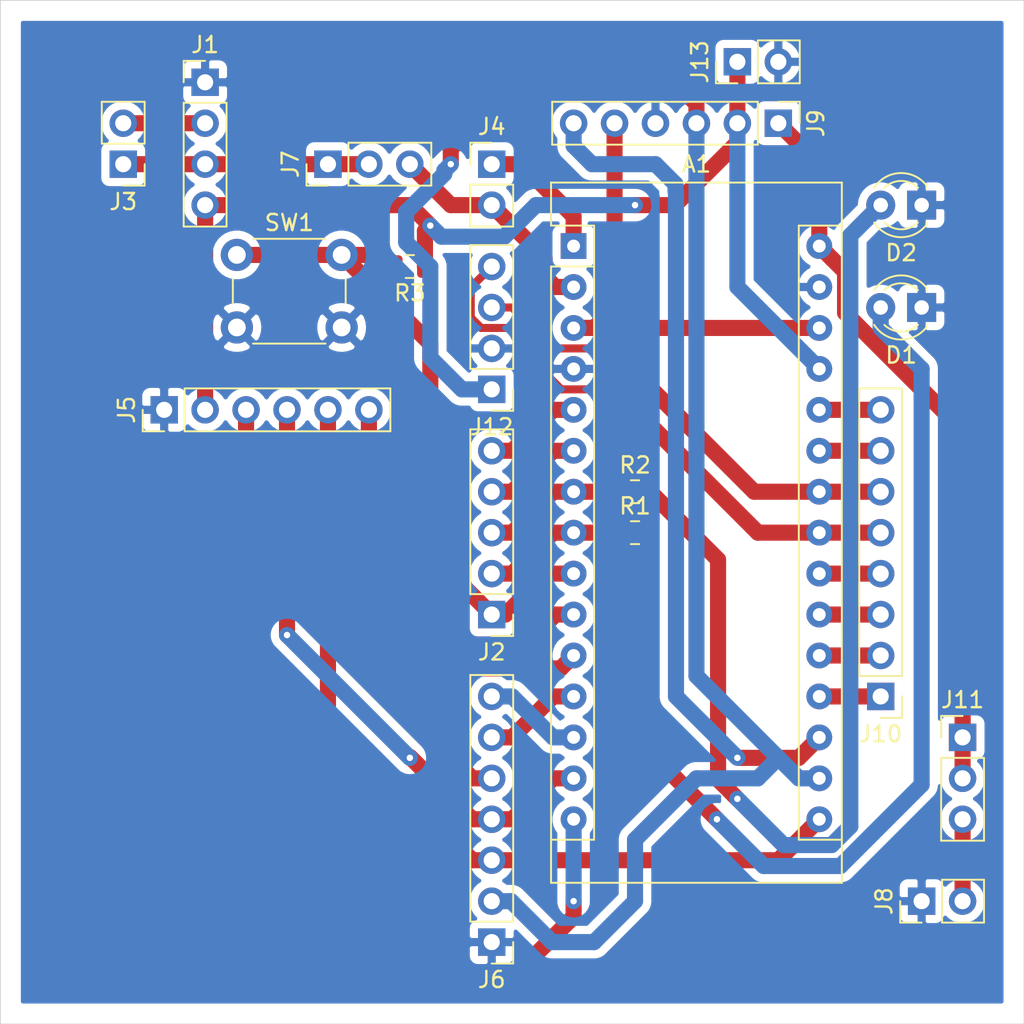
<source format=kicad_pcb>
(kicad_pcb (version 20171130) (host pcbnew 5.1.5+dfsg1-2build2)

  (general
    (thickness 1.6)
    (drawings 4)
    (tracks 204)
    (zones 0)
    (modules 20)
    (nets 34)
  )

  (page A4)
  (title_block
    (title "Arduino Nano GNSS Logger")
  )

  (layers
    (0 F.Cu signal hide)
    (31 B.Cu signal)
    (32 B.Adhes user hide)
    (33 F.Adhes user hide)
    (34 B.Paste user hide)
    (35 F.Paste user)
    (36 B.SilkS user hide)
    (37 F.SilkS user)
    (38 B.Mask user)
    (39 F.Mask user hide)
    (40 Dwgs.User user hide)
    (41 Cmts.User user hide)
    (42 Eco1.User user hide)
    (43 Eco2.User user hide)
    (44 Edge.Cuts user)
    (45 Margin user hide)
    (46 B.CrtYd user hide)
    (47 F.CrtYd user hide)
    (48 B.Fab user hide)
    (49 F.Fab user hide)
  )

  (setup
    (last_trace_width 0.25)
    (user_trace_width 0.5)
    (user_trace_width 0.8)
    (user_trace_width 1)
    (trace_clearance 0.3)
    (zone_clearance 0.508)
    (zone_45_only no)
    (trace_min 0.2)
    (via_size 0.8)
    (via_drill 0.4)
    (via_min_size 0.4)
    (via_min_drill 0.3)
    (uvia_size 0.3)
    (uvia_drill 0.1)
    (uvias_allowed no)
    (uvia_min_size 0.2)
    (uvia_min_drill 0.1)
    (edge_width 0.05)
    (segment_width 0.2)
    (pcb_text_width 0.3)
    (pcb_text_size 1.5 1.5)
    (mod_edge_width 0.12)
    (mod_text_size 1 1)
    (mod_text_width 0.15)
    (pad_size 1.524 1.524)
    (pad_drill 0.762)
    (pad_to_mask_clearance 0.051)
    (solder_mask_min_width 0.25)
    (aux_axis_origin 0 0)
    (visible_elements FFFFFF7F)
    (pcbplotparams
      (layerselection 0x010fc_ffffffff)
      (usegerberextensions true)
      (usegerberattributes false)
      (usegerberadvancedattributes false)
      (creategerberjobfile false)
      (excludeedgelayer true)
      (linewidth 0.100000)
      (plotframeref true)
      (viasonmask false)
      (mode 1)
      (useauxorigin false)
      (hpglpennumber 1)
      (hpglpenspeed 20)
      (hpglpendiameter 15.000000)
      (psnegative false)
      (psa4output false)
      (plotreference true)
      (plotvalue false)
      (plotinvisibletext false)
      (padsonsilk false)
      (subtractmaskfromsilk true)
      (outputformat 1)
      (mirror false)
      (drillshape 0)
      (scaleselection 1)
      (outputdirectory "gerber/"))
  )

  (net 0 "")
  (net 1 "Net-(A1-Pad16)")
  (net 2 "Net-(A1-Pad15)")
  (net 3 "Net-(A1-Pad30)")
  (net 4 "Net-(A1-Pad14)")
  (net 5 GNDPWR)
  (net 6 "Net-(A1-Pad13)")
  (net 7 "Net-(A1-Pad28)")
  (net 8 "Net-(A1-Pad12)")
  (net 9 "Net-(A1-Pad27)")
  (net 10 "Net-(A1-Pad11)")
  (net 11 "Net-(A1-Pad26)")
  (net 12 "Net-(A1-Pad10)")
  (net 13 "Net-(A1-Pad25)")
  (net 14 "Net-(A1-Pad24)")
  (net 15 "Net-(A1-Pad8)")
  (net 16 "Net-(A1-Pad23)")
  (net 17 "Net-(A1-Pad7)")
  (net 18 "Net-(A1-Pad22)")
  (net 19 "Net-(A1-Pad6)")
  (net 20 "Net-(A1-Pad21)")
  (net 21 "Net-(A1-Pad5)")
  (net 22 "Net-(A1-Pad20)")
  (net 23 "Net-(A1-Pad19)")
  (net 24 "Net-(A1-Pad18)")
  (net 25 "Net-(A1-Pad2)")
  (net 26 "Net-(A1-Pad17)")
  (net 27 "Net-(A1-Pad1)")
  (net 28 "Net-(J1-Pad3)")
  (net 29 "Net-(J1-Pad2)")
  (net 30 "Net-(D1-Pad2)")
  (net 31 "Net-(D2-Pad2)")
  (net 32 "Net-(J11-Pad3)")
  (net 33 /D6)

  (net_class Default "This is the default net class."
    (clearance 0.3)
    (trace_width 0.25)
    (via_dia 0.8)
    (via_drill 0.4)
    (uvia_dia 0.3)
    (uvia_drill 0.1)
    (add_net /D6)
    (add_net GNDPWR)
    (add_net "Net-(A1-Pad1)")
    (add_net "Net-(A1-Pad10)")
    (add_net "Net-(A1-Pad11)")
    (add_net "Net-(A1-Pad12)")
    (add_net "Net-(A1-Pad13)")
    (add_net "Net-(A1-Pad14)")
    (add_net "Net-(A1-Pad15)")
    (add_net "Net-(A1-Pad16)")
    (add_net "Net-(A1-Pad17)")
    (add_net "Net-(A1-Pad18)")
    (add_net "Net-(A1-Pad19)")
    (add_net "Net-(A1-Pad2)")
    (add_net "Net-(A1-Pad20)")
    (add_net "Net-(A1-Pad21)")
    (add_net "Net-(A1-Pad22)")
    (add_net "Net-(A1-Pad23)")
    (add_net "Net-(A1-Pad24)")
    (add_net "Net-(A1-Pad25)")
    (add_net "Net-(A1-Pad26)")
    (add_net "Net-(A1-Pad27)")
    (add_net "Net-(A1-Pad28)")
    (add_net "Net-(A1-Pad30)")
    (add_net "Net-(A1-Pad5)")
    (add_net "Net-(A1-Pad6)")
    (add_net "Net-(A1-Pad7)")
    (add_net "Net-(A1-Pad8)")
    (add_net "Net-(D1-Pad2)")
    (add_net "Net-(D2-Pad2)")
    (add_net "Net-(J1-Pad2)")
    (add_net "Net-(J1-Pad3)")
    (add_net "Net-(J11-Pad3)")
  )

  (module Button_Switch_THT:SW_PUSH_6mm (layer F.Cu) (tedit 5A02FE31) (tstamp 62ECD12A)
    (at 65.47 53.89)
    (descr https://www.omron.com/ecb/products/pdf/en-b3f.pdf)
    (tags "tact sw push 6mm")
    (path /62ECA799)
    (fp_text reference SW1 (at 3.25 -2) (layer F.SilkS)
      (effects (font (size 1 1) (thickness 0.15)))
    )
    (fp_text value SW_Push_Dual (at 3.75 6.7) (layer F.Fab)
      (effects (font (size 1 1) (thickness 0.15)))
    )
    (fp_circle (center 3.25 2.25) (end 1.25 2.5) (layer F.Fab) (width 0.1))
    (fp_line (start 6.75 3) (end 6.75 1.5) (layer F.SilkS) (width 0.12))
    (fp_line (start 5.5 -1) (end 1 -1) (layer F.SilkS) (width 0.12))
    (fp_line (start -0.25 1.5) (end -0.25 3) (layer F.SilkS) (width 0.12))
    (fp_line (start 1 5.5) (end 5.5 5.5) (layer F.SilkS) (width 0.12))
    (fp_line (start 8 -1.25) (end 8 5.75) (layer F.CrtYd) (width 0.05))
    (fp_line (start 7.75 6) (end -1.25 6) (layer F.CrtYd) (width 0.05))
    (fp_line (start -1.5 5.75) (end -1.5 -1.25) (layer F.CrtYd) (width 0.05))
    (fp_line (start -1.25 -1.5) (end 7.75 -1.5) (layer F.CrtYd) (width 0.05))
    (fp_line (start -1.5 6) (end -1.25 6) (layer F.CrtYd) (width 0.05))
    (fp_line (start -1.5 5.75) (end -1.5 6) (layer F.CrtYd) (width 0.05))
    (fp_line (start -1.5 -1.5) (end -1.25 -1.5) (layer F.CrtYd) (width 0.05))
    (fp_line (start -1.5 -1.25) (end -1.5 -1.5) (layer F.CrtYd) (width 0.05))
    (fp_line (start 8 -1.5) (end 8 -1.25) (layer F.CrtYd) (width 0.05))
    (fp_line (start 7.75 -1.5) (end 8 -1.5) (layer F.CrtYd) (width 0.05))
    (fp_line (start 8 6) (end 8 5.75) (layer F.CrtYd) (width 0.05))
    (fp_line (start 7.75 6) (end 8 6) (layer F.CrtYd) (width 0.05))
    (fp_line (start 0.25 -0.75) (end 3.25 -0.75) (layer F.Fab) (width 0.1))
    (fp_line (start 0.25 5.25) (end 0.25 -0.75) (layer F.Fab) (width 0.1))
    (fp_line (start 6.25 5.25) (end 0.25 5.25) (layer F.Fab) (width 0.1))
    (fp_line (start 6.25 -0.75) (end 6.25 5.25) (layer F.Fab) (width 0.1))
    (fp_line (start 3.25 -0.75) (end 6.25 -0.75) (layer F.Fab) (width 0.1))
    (fp_text user %R (at 3.25 2.25) (layer F.Fab)
      (effects (font (size 1 1) (thickness 0.15)))
    )
    (pad 1 thru_hole circle (at 6.5 0 90) (size 2 2) (drill 1.1) (layers *.Cu *.Mask)
      (net 33 /D6))
    (pad 2 thru_hole circle (at 6.5 4.5 90) (size 2 2) (drill 1.1) (layers *.Cu *.Mask)
      (net 5 GNDPWR))
    (pad 1 thru_hole circle (at 0 0 90) (size 2 2) (drill 1.1) (layers *.Cu *.Mask)
      (net 33 /D6))
    (pad 2 thru_hole circle (at 0 4.5 90) (size 2 2) (drill 1.1) (layers *.Cu *.Mask)
      (net 5 GNDPWR))
    (model ${KISYS3DMOD}/Button_Switch_THT.3dshapes/SW_PUSH_6mm.wrl
      (at (xyz 0 0 0))
      (scale (xyz 1 1 1))
      (rotate (xyz 0 0 0))
    )
  )

  (module Resistor_SMD:R_0805_2012Metric (layer F.Cu) (tedit 5B36C52B) (tstamp 62ECD10B)
    (at 76.2 54.61 180)
    (descr "Resistor SMD 0805 (2012 Metric), square (rectangular) end terminal, IPC_7351 nominal, (Body size source: https://docs.google.com/spreadsheets/d/1BsfQQcO9C6DZCsRaXUlFlo91Tg2WpOkGARC1WS5S8t0/edit?usp=sharing), generated with kicad-footprint-generator")
    (tags resistor)
    (path /62EF3538)
    (attr smd)
    (fp_text reference R3 (at 0 -1.65) (layer F.SilkS)
      (effects (font (size 1 1) (thickness 0.15)))
    )
    (fp_text value R (at 0 1.65) (layer F.Fab)
      (effects (font (size 1 1) (thickness 0.15)))
    )
    (fp_text user %R (at 0 0) (layer F.Fab)
      (effects (font (size 0.5 0.5) (thickness 0.08)))
    )
    (fp_line (start 1.68 0.95) (end -1.68 0.95) (layer F.CrtYd) (width 0.05))
    (fp_line (start 1.68 -0.95) (end 1.68 0.95) (layer F.CrtYd) (width 0.05))
    (fp_line (start -1.68 -0.95) (end 1.68 -0.95) (layer F.CrtYd) (width 0.05))
    (fp_line (start -1.68 0.95) (end -1.68 -0.95) (layer F.CrtYd) (width 0.05))
    (fp_line (start -0.258578 0.71) (end 0.258578 0.71) (layer F.SilkS) (width 0.12))
    (fp_line (start -0.258578 -0.71) (end 0.258578 -0.71) (layer F.SilkS) (width 0.12))
    (fp_line (start 1 0.6) (end -1 0.6) (layer F.Fab) (width 0.1))
    (fp_line (start 1 -0.6) (end 1 0.6) (layer F.Fab) (width 0.1))
    (fp_line (start -1 -0.6) (end 1 -0.6) (layer F.Fab) (width 0.1))
    (fp_line (start -1 0.6) (end -1 -0.6) (layer F.Fab) (width 0.1))
    (pad 2 smd roundrect (at 0.9375 0 180) (size 0.975 1.4) (layers F.Cu F.Paste F.Mask) (roundrect_rratio 0.25)
      (net 33 /D6))
    (pad 1 smd roundrect (at -0.9375 0 180) (size 0.975 1.4) (layers F.Cu F.Paste F.Mask) (roundrect_rratio 0.25)
      (net 9 "Net-(A1-Pad27)"))
    (model ${KISYS3DMOD}/Resistor_SMD.3dshapes/R_0805_2012Metric.wrl
      (at (xyz 0 0 0))
      (scale (xyz 1 1 1))
      (rotate (xyz 0 0 0))
    )
  )

  (module Connector_PinHeader_2.54mm:PinHeader_1x02_P2.54mm_Vertical (layer F.Cu) (tedit 59FED5CC) (tstamp 62EBB9AC)
    (at 96.52 41.91 90)
    (descr "Through hole straight pin header, 1x02, 2.54mm pitch, single row")
    (tags "Through hole pin header THT 1x02 2.54mm single row")
    (path /62EC1DEE)
    (fp_text reference J13 (at 0 -2.33 90) (layer F.SilkS)
      (effects (font (size 1 1) (thickness 0.15)))
    )
    (fp_text value "5V Header" (at 0 7.62 180) (layer F.Fab)
      (effects (font (size 1 1) (thickness 0.15)))
    )
    (fp_text user %R (at 0 1.27) (layer F.Fab)
      (effects (font (size 1 1) (thickness 0.15)))
    )
    (fp_line (start 1.8 -1.8) (end -1.8 -1.8) (layer F.CrtYd) (width 0.05))
    (fp_line (start 1.8 4.35) (end 1.8 -1.8) (layer F.CrtYd) (width 0.05))
    (fp_line (start -1.8 4.35) (end 1.8 4.35) (layer F.CrtYd) (width 0.05))
    (fp_line (start -1.8 -1.8) (end -1.8 4.35) (layer F.CrtYd) (width 0.05))
    (fp_line (start -1.33 -1.33) (end 0 -1.33) (layer F.SilkS) (width 0.12))
    (fp_line (start -1.33 0) (end -1.33 -1.33) (layer F.SilkS) (width 0.12))
    (fp_line (start -1.33 1.27) (end 1.33 1.27) (layer F.SilkS) (width 0.12))
    (fp_line (start 1.33 1.27) (end 1.33 3.87) (layer F.SilkS) (width 0.12))
    (fp_line (start -1.33 1.27) (end -1.33 3.87) (layer F.SilkS) (width 0.12))
    (fp_line (start -1.33 3.87) (end 1.33 3.87) (layer F.SilkS) (width 0.12))
    (fp_line (start -1.27 -0.635) (end -0.635 -1.27) (layer F.Fab) (width 0.1))
    (fp_line (start -1.27 3.81) (end -1.27 -0.635) (layer F.Fab) (width 0.1))
    (fp_line (start 1.27 3.81) (end -1.27 3.81) (layer F.Fab) (width 0.1))
    (fp_line (start 1.27 -1.27) (end 1.27 3.81) (layer F.Fab) (width 0.1))
    (fp_line (start -0.635 -1.27) (end 1.27 -1.27) (layer F.Fab) (width 0.1))
    (pad 2 thru_hole oval (at 0 2.54 90) (size 1.7 1.7) (drill 1) (layers *.Cu *.Mask)
      (net 5 GNDPWR))
    (pad 1 thru_hole rect (at 0 0 90) (size 1.7 1.7) (drill 1) (layers *.Cu *.Mask)
      (net 9 "Net-(A1-Pad27)"))
    (model ${KISYS3DMOD}/Connector_PinHeader_2.54mm.3dshapes/PinHeader_1x02_P2.54mm_Vertical.wrl
      (at (xyz 0 0 0))
      (scale (xyz 1 1 1))
      (rotate (xyz 0 0 0))
    )
  )

  (module Module:Arduino_Nano (layer F.Cu) (tedit 58ACAF70) (tstamp 61872C74)
    (at 86.36 53.34)
    (descr "Arduino Nano, http://www.mouser.com/pdfdocs/Gravitech_Arduino_Nano3_0.pdf")
    (tags "Arduino Nano")
    (path /60F55BF8)
    (fp_text reference A1 (at 7.62 -5.08) (layer F.SilkS)
      (effects (font (size 1 1) (thickness 0.15)))
    )
    (fp_text value Arduino_Nano_v2.x (at 8.89 19.05 90) (layer F.Fab)
      (effects (font (size 1 1) (thickness 0.15)))
    )
    (fp_line (start 16.75 42.16) (end -1.53 42.16) (layer F.CrtYd) (width 0.05))
    (fp_line (start 16.75 42.16) (end 16.75 -4.06) (layer F.CrtYd) (width 0.05))
    (fp_line (start -1.53 -4.06) (end -1.53 42.16) (layer F.CrtYd) (width 0.05))
    (fp_line (start -1.53 -4.06) (end 16.75 -4.06) (layer F.CrtYd) (width 0.05))
    (fp_line (start 16.51 -3.81) (end 16.51 39.37) (layer F.Fab) (width 0.1))
    (fp_line (start 0 -3.81) (end 16.51 -3.81) (layer F.Fab) (width 0.1))
    (fp_line (start -1.27 -2.54) (end 0 -3.81) (layer F.Fab) (width 0.1))
    (fp_line (start -1.27 39.37) (end -1.27 -2.54) (layer F.Fab) (width 0.1))
    (fp_line (start 16.51 39.37) (end -1.27 39.37) (layer F.Fab) (width 0.1))
    (fp_line (start 16.64 -3.94) (end -1.4 -3.94) (layer F.SilkS) (width 0.12))
    (fp_line (start 16.64 39.5) (end 16.64 -3.94) (layer F.SilkS) (width 0.12))
    (fp_line (start -1.4 39.5) (end 16.64 39.5) (layer F.SilkS) (width 0.12))
    (fp_line (start 3.81 41.91) (end 3.81 31.75) (layer F.Fab) (width 0.1))
    (fp_line (start 11.43 41.91) (end 3.81 41.91) (layer F.Fab) (width 0.1))
    (fp_line (start 11.43 31.75) (end 11.43 41.91) (layer F.Fab) (width 0.1))
    (fp_line (start 3.81 31.75) (end 11.43 31.75) (layer F.Fab) (width 0.1))
    (fp_line (start 1.27 36.83) (end -1.4 36.83) (layer F.SilkS) (width 0.12))
    (fp_line (start 1.27 1.27) (end 1.27 36.83) (layer F.SilkS) (width 0.12))
    (fp_line (start 1.27 1.27) (end -1.4 1.27) (layer F.SilkS) (width 0.12))
    (fp_line (start 13.97 36.83) (end 16.64 36.83) (layer F.SilkS) (width 0.12))
    (fp_line (start 13.97 -1.27) (end 13.97 36.83) (layer F.SilkS) (width 0.12))
    (fp_line (start 13.97 -1.27) (end 16.64 -1.27) (layer F.SilkS) (width 0.12))
    (fp_line (start -1.4 -3.94) (end -1.4 -1.27) (layer F.SilkS) (width 0.12))
    (fp_line (start -1.4 1.27) (end -1.4 39.5) (layer F.SilkS) (width 0.12))
    (fp_line (start 1.27 -1.27) (end -1.4 -1.27) (layer F.SilkS) (width 0.12))
    (fp_line (start 1.27 1.27) (end 1.27 -1.27) (layer F.SilkS) (width 0.12))
    (fp_text user %R (at 6.35 19.05 90) (layer F.Fab)
      (effects (font (size 1 1) (thickness 0.15)))
    )
    (pad 16 thru_hole oval (at 15.24 35.56) (size 1.6 1.6) (drill 0.8) (layers *.Cu *.Mask)
      (net 1 "Net-(A1-Pad16)"))
    (pad 15 thru_hole oval (at 0 35.56) (size 1.6 1.6) (drill 0.8) (layers *.Cu *.Mask)
      (net 2 "Net-(A1-Pad15)"))
    (pad 30 thru_hole oval (at 15.24 0) (size 1.6 1.6) (drill 0.8) (layers *.Cu *.Mask)
      (net 3 "Net-(A1-Pad30)"))
    (pad 14 thru_hole oval (at 0 33.02) (size 1.6 1.6) (drill 0.8) (layers *.Cu *.Mask)
      (net 4 "Net-(A1-Pad14)"))
    (pad 29 thru_hole oval (at 15.24 2.54) (size 1.6 1.6) (drill 0.8) (layers *.Cu *.Mask)
      (net 5 GNDPWR))
    (pad 13 thru_hole oval (at 0 30.48) (size 1.6 1.6) (drill 0.8) (layers *.Cu *.Mask)
      (net 6 "Net-(A1-Pad13)"))
    (pad 28 thru_hole oval (at 15.24 5.08) (size 1.6 1.6) (drill 0.8) (layers *.Cu *.Mask)
      (net 7 "Net-(A1-Pad28)"))
    (pad 12 thru_hole oval (at 0 27.94) (size 1.6 1.6) (drill 0.8) (layers *.Cu *.Mask)
      (net 8 "Net-(A1-Pad12)"))
    (pad 27 thru_hole oval (at 15.24 7.62) (size 1.6 1.6) (drill 0.8) (layers *.Cu *.Mask)
      (net 9 "Net-(A1-Pad27)"))
    (pad 11 thru_hole oval (at 0 25.4) (size 1.6 1.6) (drill 0.8) (layers *.Cu *.Mask)
      (net 10 "Net-(A1-Pad11)"))
    (pad 26 thru_hole oval (at 15.24 10.16) (size 1.6 1.6) (drill 0.8) (layers *.Cu *.Mask)
      (net 11 "Net-(A1-Pad26)"))
    (pad 10 thru_hole oval (at 0 22.86) (size 1.6 1.6) (drill 0.8) (layers *.Cu *.Mask)
      (net 12 "Net-(A1-Pad10)"))
    (pad 25 thru_hole oval (at 15.24 12.7) (size 1.6 1.6) (drill 0.8) (layers *.Cu *.Mask)
      (net 13 "Net-(A1-Pad25)"))
    (pad 9 thru_hole oval (at 0 20.32) (size 1.6 1.6) (drill 0.8) (layers *.Cu *.Mask)
      (net 33 /D6))
    (pad 24 thru_hole oval (at 15.24 15.24) (size 1.6 1.6) (drill 0.8) (layers *.Cu *.Mask)
      (net 14 "Net-(A1-Pad24)"))
    (pad 8 thru_hole oval (at 0 17.78) (size 1.6 1.6) (drill 0.8) (layers *.Cu *.Mask)
      (net 15 "Net-(A1-Pad8)"))
    (pad 23 thru_hole oval (at 15.24 17.78) (size 1.6 1.6) (drill 0.8) (layers *.Cu *.Mask)
      (net 16 "Net-(A1-Pad23)"))
    (pad 7 thru_hole oval (at 0 15.24) (size 1.6 1.6) (drill 0.8) (layers *.Cu *.Mask)
      (net 17 "Net-(A1-Pad7)"))
    (pad 22 thru_hole oval (at 15.24 20.32) (size 1.6 1.6) (drill 0.8) (layers *.Cu *.Mask)
      (net 18 "Net-(A1-Pad22)"))
    (pad 6 thru_hole oval (at 0 12.7) (size 1.6 1.6) (drill 0.8) (layers *.Cu *.Mask)
      (net 19 "Net-(A1-Pad6)"))
    (pad 21 thru_hole oval (at 15.24 22.86) (size 1.6 1.6) (drill 0.8) (layers *.Cu *.Mask)
      (net 20 "Net-(A1-Pad21)"))
    (pad 5 thru_hole oval (at 0 10.16) (size 1.6 1.6) (drill 0.8) (layers *.Cu *.Mask)
      (net 21 "Net-(A1-Pad5)"))
    (pad 20 thru_hole oval (at 15.24 25.4) (size 1.6 1.6) (drill 0.8) (layers *.Cu *.Mask)
      (net 22 "Net-(A1-Pad20)"))
    (pad 4 thru_hole oval (at 0 7.62) (size 1.6 1.6) (drill 0.8) (layers *.Cu *.Mask)
      (net 5 GNDPWR))
    (pad 19 thru_hole oval (at 15.24 27.94) (size 1.6 1.6) (drill 0.8) (layers *.Cu *.Mask)
      (net 23 "Net-(A1-Pad19)"))
    (pad 3 thru_hole oval (at 0 5.08) (size 1.6 1.6) (drill 0.8) (layers *.Cu *.Mask)
      (net 7 "Net-(A1-Pad28)"))
    (pad 18 thru_hole oval (at 15.24 30.48) (size 1.6 1.6) (drill 0.8) (layers *.Cu *.Mask)
      (net 24 "Net-(A1-Pad18)"))
    (pad 2 thru_hole oval (at 0 2.54) (size 1.6 1.6) (drill 0.8) (layers *.Cu *.Mask)
      (net 25 "Net-(A1-Pad2)"))
    (pad 17 thru_hole oval (at 15.24 33.02) (size 1.6 1.6) (drill 0.8) (layers *.Cu *.Mask)
      (net 26 "Net-(A1-Pad17)"))
    (pad 1 thru_hole rect (at 0 0) (size 1.6 1.6) (drill 0.8) (layers *.Cu *.Mask)
      (net 27 "Net-(A1-Pad1)"))
    (model ${KISYS3DMOD}/Module.3dshapes/Arduino_Nano_WithMountingHoles.wrl
      (at (xyz 0 0 0))
      (scale (xyz 1 1 1))
      (rotate (xyz 0 0 0))
    )
  )

  (module Resistor_SMD:R_0805_2012Metric (layer F.Cu) (tedit 5B36C52B) (tstamp 62E86854)
    (at 90.17 68.58)
    (descr "Resistor SMD 0805 (2012 Metric), square (rectangular) end terminal, IPC_7351 nominal, (Body size source: https://docs.google.com/spreadsheets/d/1BsfQQcO9C6DZCsRaXUlFlo91Tg2WpOkGARC1WS5S8t0/edit?usp=sharing), generated with kicad-footprint-generator")
    (tags resistor)
    (path /62E882EF)
    (attr smd)
    (fp_text reference R2 (at 0 -1.65) (layer F.SilkS)
      (effects (font (size 1 1) (thickness 0.15)))
    )
    (fp_text value R (at 0 1.65) (layer F.Fab)
      (effects (font (size 1 1) (thickness 0.15)))
    )
    (fp_text user %R (at 0 0) (layer F.Fab)
      (effects (font (size 0.5 0.5) (thickness 0.08)))
    )
    (fp_line (start 1.68 0.95) (end -1.68 0.95) (layer F.CrtYd) (width 0.05))
    (fp_line (start 1.68 -0.95) (end 1.68 0.95) (layer F.CrtYd) (width 0.05))
    (fp_line (start -1.68 -0.95) (end 1.68 -0.95) (layer F.CrtYd) (width 0.05))
    (fp_line (start -1.68 0.95) (end -1.68 -0.95) (layer F.CrtYd) (width 0.05))
    (fp_line (start -0.258578 0.71) (end 0.258578 0.71) (layer F.SilkS) (width 0.12))
    (fp_line (start -0.258578 -0.71) (end 0.258578 -0.71) (layer F.SilkS) (width 0.12))
    (fp_line (start 1 0.6) (end -1 0.6) (layer F.Fab) (width 0.1))
    (fp_line (start 1 -0.6) (end 1 0.6) (layer F.Fab) (width 0.1))
    (fp_line (start -1 -0.6) (end 1 -0.6) (layer F.Fab) (width 0.1))
    (fp_line (start -1 0.6) (end -1 -0.6) (layer F.Fab) (width 0.1))
    (pad 2 smd roundrect (at 0.9375 0) (size 0.975 1.4) (layers F.Cu F.Paste F.Mask) (roundrect_rratio 0.25)
      (net 31 "Net-(D2-Pad2)"))
    (pad 1 smd roundrect (at -0.9375 0) (size 0.975 1.4) (layers F.Cu F.Paste F.Mask) (roundrect_rratio 0.25)
      (net 17 "Net-(A1-Pad7)"))
    (model ${KISYS3DMOD}/Resistor_SMD.3dshapes/R_0805_2012Metric.wrl
      (at (xyz 0 0 0))
      (scale (xyz 1 1 1))
      (rotate (xyz 0 0 0))
    )
  )

  (module Resistor_SMD:R_0805_2012Metric (layer F.Cu) (tedit 5B36C52B) (tstamp 62E86843)
    (at 90.17 71.12)
    (descr "Resistor SMD 0805 (2012 Metric), square (rectangular) end terminal, IPC_7351 nominal, (Body size source: https://docs.google.com/spreadsheets/d/1BsfQQcO9C6DZCsRaXUlFlo91Tg2WpOkGARC1WS5S8t0/edit?usp=sharing), generated with kicad-footprint-generator")
    (tags resistor)
    (path /62E88916)
    (attr smd)
    (fp_text reference R1 (at 0 -1.65) (layer F.SilkS)
      (effects (font (size 1 1) (thickness 0.15)))
    )
    (fp_text value R (at 0 1.65) (layer F.Fab)
      (effects (font (size 1 1) (thickness 0.15)))
    )
    (fp_text user %R (at 0 0) (layer F.Fab)
      (effects (font (size 0.5 0.5) (thickness 0.08)))
    )
    (fp_line (start 1.68 0.95) (end -1.68 0.95) (layer F.CrtYd) (width 0.05))
    (fp_line (start 1.68 -0.95) (end 1.68 0.95) (layer F.CrtYd) (width 0.05))
    (fp_line (start -1.68 -0.95) (end 1.68 -0.95) (layer F.CrtYd) (width 0.05))
    (fp_line (start -1.68 0.95) (end -1.68 -0.95) (layer F.CrtYd) (width 0.05))
    (fp_line (start -0.258578 0.71) (end 0.258578 0.71) (layer F.SilkS) (width 0.12))
    (fp_line (start -0.258578 -0.71) (end 0.258578 -0.71) (layer F.SilkS) (width 0.12))
    (fp_line (start 1 0.6) (end -1 0.6) (layer F.Fab) (width 0.1))
    (fp_line (start 1 -0.6) (end 1 0.6) (layer F.Fab) (width 0.1))
    (fp_line (start -1 -0.6) (end 1 -0.6) (layer F.Fab) (width 0.1))
    (fp_line (start -1 0.6) (end -1 -0.6) (layer F.Fab) (width 0.1))
    (pad 2 smd roundrect (at 0.9375 0) (size 0.975 1.4) (layers F.Cu F.Paste F.Mask) (roundrect_rratio 0.25)
      (net 30 "Net-(D1-Pad2)"))
    (pad 1 smd roundrect (at -0.9375 0) (size 0.975 1.4) (layers F.Cu F.Paste F.Mask) (roundrect_rratio 0.25)
      (net 15 "Net-(A1-Pad8)"))
    (model ${KISYS3DMOD}/Resistor_SMD.3dshapes/R_0805_2012Metric.wrl
      (at (xyz 0 0 0))
      (scale (xyz 1 1 1))
      (rotate (xyz 0 0 0))
    )
  )

  (module Connector_PinHeader_2.54mm:PinHeader_1x04_P2.54mm_Vertical (layer F.Cu) (tedit 59FED5CC) (tstamp 62E86832)
    (at 81.28 62.23 180)
    (descr "Through hole straight pin header, 1x04, 2.54mm pitch, single row")
    (tags "Through hole pin header THT 1x04 2.54mm single row")
    (path /62F5F152)
    (fp_text reference J12 (at 0 -2.33) (layer F.SilkS)
      (effects (font (size 1 1) (thickness 0.15)))
    )
    (fp_text value OledScreen_I2C (at 0 9.95) (layer F.Fab)
      (effects (font (size 1 1) (thickness 0.15)))
    )
    (fp_text user %R (at 0 3.81 90) (layer F.Fab)
      (effects (font (size 1 1) (thickness 0.15)))
    )
    (fp_line (start 1.8 -1.8) (end -1.8 -1.8) (layer F.CrtYd) (width 0.05))
    (fp_line (start 1.8 9.4) (end 1.8 -1.8) (layer F.CrtYd) (width 0.05))
    (fp_line (start -1.8 9.4) (end 1.8 9.4) (layer F.CrtYd) (width 0.05))
    (fp_line (start -1.8 -1.8) (end -1.8 9.4) (layer F.CrtYd) (width 0.05))
    (fp_line (start -1.33 -1.33) (end 0 -1.33) (layer F.SilkS) (width 0.12))
    (fp_line (start -1.33 0) (end -1.33 -1.33) (layer F.SilkS) (width 0.12))
    (fp_line (start -1.33 1.27) (end 1.33 1.27) (layer F.SilkS) (width 0.12))
    (fp_line (start 1.33 1.27) (end 1.33 8.95) (layer F.SilkS) (width 0.12))
    (fp_line (start -1.33 1.27) (end -1.33 8.95) (layer F.SilkS) (width 0.12))
    (fp_line (start -1.33 8.95) (end 1.33 8.95) (layer F.SilkS) (width 0.12))
    (fp_line (start -1.27 -0.635) (end -0.635 -1.27) (layer F.Fab) (width 0.1))
    (fp_line (start -1.27 8.89) (end -1.27 -0.635) (layer F.Fab) (width 0.1))
    (fp_line (start 1.27 8.89) (end -1.27 8.89) (layer F.Fab) (width 0.1))
    (fp_line (start 1.27 -1.27) (end 1.27 8.89) (layer F.Fab) (width 0.1))
    (fp_line (start -0.635 -1.27) (end 1.27 -1.27) (layer F.Fab) (width 0.1))
    (pad 4 thru_hole oval (at 0 7.62 180) (size 1.7 1.7) (drill 1) (layers *.Cu *.Mask)
      (net 16 "Net-(A1-Pad23)"))
    (pad 3 thru_hole oval (at 0 5.08 180) (size 1.7 1.7) (drill 1) (layers *.Cu *.Mask)
      (net 14 "Net-(A1-Pad24)"))
    (pad 2 thru_hole oval (at 0 2.54 180) (size 1.7 1.7) (drill 1) (layers *.Cu *.Mask)
      (net 5 GNDPWR))
    (pad 1 thru_hole rect (at 0 0 180) (size 1.7 1.7) (drill 1) (layers *.Cu *.Mask)
      (net 26 "Net-(A1-Pad17)"))
    (model ${KISYS3DMOD}/Connector_PinHeader_2.54mm.3dshapes/PinHeader_1x04_P2.54mm_Vertical.wrl
      (at (xyz 0 0 0))
      (scale (xyz 1 1 1))
      (rotate (xyz 0 0 0))
    )
  )

  (module Connector_PinHeader_2.54mm:PinHeader_1x03_P2.54mm_Vertical (layer F.Cu) (tedit 59FED5CC) (tstamp 62E8681A)
    (at 110.49 83.82)
    (descr "Through hole straight pin header, 1x03, 2.54mm pitch, single row")
    (tags "Through hole pin header THT 1x03 2.54mm single row")
    (path /62F05EA4)
    (fp_text reference J11 (at 0 -2.33) (layer F.SilkS)
      (effects (font (size 1 1) (thickness 0.15)))
    )
    (fp_text value BatteryJumper (at -2.54 7.41) (layer F.Fab)
      (effects (font (size 1 1) (thickness 0.15)))
    )
    (fp_text user %R (at 0 2.54 90) (layer F.Fab)
      (effects (font (size 1 1) (thickness 0.15)))
    )
    (fp_line (start 1.8 -1.8) (end -1.8 -1.8) (layer F.CrtYd) (width 0.05))
    (fp_line (start 1.8 6.85) (end 1.8 -1.8) (layer F.CrtYd) (width 0.05))
    (fp_line (start -1.8 6.85) (end 1.8 6.85) (layer F.CrtYd) (width 0.05))
    (fp_line (start -1.8 -1.8) (end -1.8 6.85) (layer F.CrtYd) (width 0.05))
    (fp_line (start -1.33 -1.33) (end 0 -1.33) (layer F.SilkS) (width 0.12))
    (fp_line (start -1.33 0) (end -1.33 -1.33) (layer F.SilkS) (width 0.12))
    (fp_line (start -1.33 1.27) (end 1.33 1.27) (layer F.SilkS) (width 0.12))
    (fp_line (start 1.33 1.27) (end 1.33 6.41) (layer F.SilkS) (width 0.12))
    (fp_line (start -1.33 1.27) (end -1.33 6.41) (layer F.SilkS) (width 0.12))
    (fp_line (start -1.33 6.41) (end 1.33 6.41) (layer F.SilkS) (width 0.12))
    (fp_line (start -1.27 -0.635) (end -0.635 -1.27) (layer F.Fab) (width 0.1))
    (fp_line (start -1.27 6.35) (end -1.27 -0.635) (layer F.Fab) (width 0.1))
    (fp_line (start 1.27 6.35) (end -1.27 6.35) (layer F.Fab) (width 0.1))
    (fp_line (start 1.27 -1.27) (end 1.27 6.35) (layer F.Fab) (width 0.1))
    (fp_line (start -0.635 -1.27) (end 1.27 -1.27) (layer F.Fab) (width 0.1))
    (pad 3 thru_hole oval (at 0 5.08) (size 1.7 1.7) (drill 1) (layers *.Cu *.Mask)
      (net 32 "Net-(J11-Pad3)"))
    (pad 2 thru_hole oval (at 0 2.54) (size 1.7 1.7) (drill 1) (layers *.Cu *.Mask)
      (net 3 "Net-(A1-Pad30)"))
    (pad 1 thru_hole rect (at 0 0) (size 1.7 1.7) (drill 1) (layers *.Cu *.Mask)
      (net 3 "Net-(A1-Pad30)"))
    (model ${KISYS3DMOD}/Connector_PinHeader_2.54mm.3dshapes/PinHeader_1x03_P2.54mm_Vertical.wrl
      (at (xyz 0 0 0))
      (scale (xyz 1 1 1))
      (rotate (xyz 0 0 0))
    )
  )

  (module LED_THT:LED_D3.0mm (layer F.Cu) (tedit 587A3A7B) (tstamp 62E8662D)
    (at 107.95 50.8 180)
    (descr "LED, diameter 3.0mm, 2 pins")
    (tags "LED diameter 3.0mm 2 pins")
    (path /62E86138)
    (fp_text reference D2 (at 1.27 -2.96) (layer F.SilkS)
      (effects (font (size 1 1) (thickness 0.15)))
    )
    (fp_text value LED (at 1.27 2.96) (layer F.Fab)
      (effects (font (size 1 1) (thickness 0.15)))
    )
    (fp_line (start 3.7 -2.25) (end -1.15 -2.25) (layer F.CrtYd) (width 0.05))
    (fp_line (start 3.7 2.25) (end 3.7 -2.25) (layer F.CrtYd) (width 0.05))
    (fp_line (start -1.15 2.25) (end 3.7 2.25) (layer F.CrtYd) (width 0.05))
    (fp_line (start -1.15 -2.25) (end -1.15 2.25) (layer F.CrtYd) (width 0.05))
    (fp_line (start -0.29 1.08) (end -0.29 1.236) (layer F.SilkS) (width 0.12))
    (fp_line (start -0.29 -1.236) (end -0.29 -1.08) (layer F.SilkS) (width 0.12))
    (fp_line (start -0.23 -1.16619) (end -0.23 1.16619) (layer F.Fab) (width 0.1))
    (fp_circle (center 1.27 0) (end 2.77 0) (layer F.Fab) (width 0.1))
    (fp_arc (start 1.27 0) (end 0.229039 1.08) (angle -87.9) (layer F.SilkS) (width 0.12))
    (fp_arc (start 1.27 0) (end 0.229039 -1.08) (angle 87.9) (layer F.SilkS) (width 0.12))
    (fp_arc (start 1.27 0) (end -0.29 1.235516) (angle -108.8) (layer F.SilkS) (width 0.12))
    (fp_arc (start 1.27 0) (end -0.29 -1.235516) (angle 108.8) (layer F.SilkS) (width 0.12))
    (fp_arc (start 1.27 0) (end -0.23 -1.16619) (angle 284.3) (layer F.Fab) (width 0.1))
    (pad 2 thru_hole circle (at 2.54 0 180) (size 1.8 1.8) (drill 0.9) (layers *.Cu *.Mask)
      (net 31 "Net-(D2-Pad2)"))
    (pad 1 thru_hole rect (at 0 0 180) (size 1.8 1.8) (drill 0.9) (layers *.Cu *.Mask)
      (net 5 GNDPWR))
    (model ${KISYS3DMOD}/LED_THT.3dshapes/LED_D3.0mm.wrl
      (at (xyz 0 0 0))
      (scale (xyz 1 1 1))
      (rotate (xyz 0 0 0))
    )
  )

  (module LED_THT:LED_D3.0mm (layer F.Cu) (tedit 587A3A7B) (tstamp 62E8661A)
    (at 107.95 57.15 180)
    (descr "LED, diameter 3.0mm, 2 pins")
    (tags "LED diameter 3.0mm 2 pins")
    (path /62E8679A)
    (fp_text reference D1 (at 1.27 -2.96) (layer F.SilkS)
      (effects (font (size 1 1) (thickness 0.15)))
    )
    (fp_text value LED (at 1.27 2.96) (layer F.Fab)
      (effects (font (size 1 1) (thickness 0.15)))
    )
    (fp_line (start 3.7 -2.25) (end -1.15 -2.25) (layer F.CrtYd) (width 0.05))
    (fp_line (start 3.7 2.25) (end 3.7 -2.25) (layer F.CrtYd) (width 0.05))
    (fp_line (start -1.15 2.25) (end 3.7 2.25) (layer F.CrtYd) (width 0.05))
    (fp_line (start -1.15 -2.25) (end -1.15 2.25) (layer F.CrtYd) (width 0.05))
    (fp_line (start -0.29 1.08) (end -0.29 1.236) (layer F.SilkS) (width 0.12))
    (fp_line (start -0.29 -1.236) (end -0.29 -1.08) (layer F.SilkS) (width 0.12))
    (fp_line (start -0.23 -1.16619) (end -0.23 1.16619) (layer F.Fab) (width 0.1))
    (fp_circle (center 1.27 0) (end 2.77 0) (layer F.Fab) (width 0.1))
    (fp_arc (start 1.27 0) (end 0.229039 1.08) (angle -87.9) (layer F.SilkS) (width 0.12))
    (fp_arc (start 1.27 0) (end 0.229039 -1.08) (angle 87.9) (layer F.SilkS) (width 0.12))
    (fp_arc (start 1.27 0) (end -0.29 1.235516) (angle -108.8) (layer F.SilkS) (width 0.12))
    (fp_arc (start 1.27 0) (end -0.29 -1.235516) (angle 108.8) (layer F.SilkS) (width 0.12))
    (fp_arc (start 1.27 0) (end -0.23 -1.16619) (angle 284.3) (layer F.Fab) (width 0.1))
    (pad 2 thru_hole circle (at 2.54 0 180) (size 1.8 1.8) (drill 0.9) (layers *.Cu *.Mask)
      (net 30 "Net-(D1-Pad2)"))
    (pad 1 thru_hole rect (at 0 0 180) (size 1.8 1.8) (drill 0.9) (layers *.Cu *.Mask)
      (net 5 GNDPWR))
    (model ${KISYS3DMOD}/LED_THT.3dshapes/LED_D3.0mm.wrl
      (at (xyz 0 0 0))
      (scale (xyz 1 1 1))
      (rotate (xyz 0 0 0))
    )
  )

  (module Connector_PinHeader_2.54mm:PinHeader_1x06_P2.54mm_Vertical (layer F.Cu) (tedit 59FED5CC) (tstamp 61872D4D)
    (at 99.06 45.72 270)
    (descr "Through hole straight pin header, 1x06, 2.54mm pitch, single row")
    (tags "Through hole pin header THT 1x06 2.54mm single row")
    (path /619B2455)
    (fp_text reference J9 (at 0 -2.33 90) (layer F.SilkS)
      (effects (font (size 1 1) (thickness 0.15)))
    )
    (fp_text value IO (at 0 15.03 90) (layer F.Fab)
      (effects (font (size 1 1) (thickness 0.15)))
    )
    (fp_text user %R (at 0 6.35) (layer F.Fab)
      (effects (font (size 1 1) (thickness 0.15)))
    )
    (fp_line (start 1.8 -1.8) (end -1.8 -1.8) (layer F.CrtYd) (width 0.05))
    (fp_line (start 1.8 14.5) (end 1.8 -1.8) (layer F.CrtYd) (width 0.05))
    (fp_line (start -1.8 14.5) (end 1.8 14.5) (layer F.CrtYd) (width 0.05))
    (fp_line (start -1.8 -1.8) (end -1.8 14.5) (layer F.CrtYd) (width 0.05))
    (fp_line (start -1.33 -1.33) (end 0 -1.33) (layer F.SilkS) (width 0.12))
    (fp_line (start -1.33 0) (end -1.33 -1.33) (layer F.SilkS) (width 0.12))
    (fp_line (start -1.33 1.27) (end 1.33 1.27) (layer F.SilkS) (width 0.12))
    (fp_line (start 1.33 1.27) (end 1.33 14.03) (layer F.SilkS) (width 0.12))
    (fp_line (start -1.33 1.27) (end -1.33 14.03) (layer F.SilkS) (width 0.12))
    (fp_line (start -1.33 14.03) (end 1.33 14.03) (layer F.SilkS) (width 0.12))
    (fp_line (start -1.27 -0.635) (end -0.635 -1.27) (layer F.Fab) (width 0.1))
    (fp_line (start -1.27 13.97) (end -1.27 -0.635) (layer F.Fab) (width 0.1))
    (fp_line (start 1.27 13.97) (end -1.27 13.97) (layer F.Fab) (width 0.1))
    (fp_line (start 1.27 -1.27) (end 1.27 13.97) (layer F.Fab) (width 0.1))
    (fp_line (start -0.635 -1.27) (end 1.27 -1.27) (layer F.Fab) (width 0.1))
    (pad 6 thru_hole oval (at 0 12.7 270) (size 1.7 1.7) (drill 1) (layers *.Cu *.Mask)
      (net 24 "Net-(A1-Pad18)"))
    (pad 5 thru_hole oval (at 0 10.16 270) (size 1.7 1.7) (drill 1) (layers *.Cu *.Mask)
      (net 7 "Net-(A1-Pad28)"))
    (pad 4 thru_hole oval (at 0 7.62 270) (size 1.7 1.7) (drill 1) (layers *.Cu *.Mask)
      (net 5 GNDPWR))
    (pad 3 thru_hole oval (at 0 5.08 270) (size 1.7 1.7) (drill 1) (layers *.Cu *.Mask)
      (net 26 "Net-(A1-Pad17)"))
    (pad 2 thru_hole oval (at 0 2.54 270) (size 1.7 1.7) (drill 1) (layers *.Cu *.Mask)
      (net 9 "Net-(A1-Pad27)"))
    (pad 1 thru_hole rect (at 0 0 270) (size 1.7 1.7) (drill 1) (layers *.Cu *.Mask)
      (net 3 "Net-(A1-Pad30)"))
    (model ${KISYS3DMOD}/Connector_PinHeader_2.54mm.3dshapes/PinHeader_1x06_P2.54mm_Vertical.wrl
      (at (xyz 0 0 0))
      (scale (xyz 1 1 1))
      (rotate (xyz 0 0 0))
    )
  )

  (module Connector_PinHeader_2.54mm:PinHeader_1x08_P2.54mm_Vertical (layer F.Cu) (tedit 59FED5CC) (tstamp 61872D69)
    (at 105.41 81.28 180)
    (descr "Through hole straight pin header, 1x08, 2.54mm pitch, single row")
    (tags "Through hole pin header THT 1x08 2.54mm single row")
    (path /61882574)
    (fp_text reference J10 (at 0 -2.33) (layer F.SilkS)
      (effects (font (size 1 1) (thickness 0.15)))
    )
    (fp_text value GPIO2 (at 0 20.11) (layer F.Fab)
      (effects (font (size 1 1) (thickness 0.15)))
    )
    (fp_text user %R (at 0 8.89 90) (layer F.Fab)
      (effects (font (size 1 1) (thickness 0.15)))
    )
    (fp_line (start 1.8 -1.8) (end -1.8 -1.8) (layer F.CrtYd) (width 0.05))
    (fp_line (start 1.8 19.55) (end 1.8 -1.8) (layer F.CrtYd) (width 0.05))
    (fp_line (start -1.8 19.55) (end 1.8 19.55) (layer F.CrtYd) (width 0.05))
    (fp_line (start -1.8 -1.8) (end -1.8 19.55) (layer F.CrtYd) (width 0.05))
    (fp_line (start -1.33 -1.33) (end 0 -1.33) (layer F.SilkS) (width 0.12))
    (fp_line (start -1.33 0) (end -1.33 -1.33) (layer F.SilkS) (width 0.12))
    (fp_line (start -1.33 1.27) (end 1.33 1.27) (layer F.SilkS) (width 0.12))
    (fp_line (start 1.33 1.27) (end 1.33 19.11) (layer F.SilkS) (width 0.12))
    (fp_line (start -1.33 1.27) (end -1.33 19.11) (layer F.SilkS) (width 0.12))
    (fp_line (start -1.33 19.11) (end 1.33 19.11) (layer F.SilkS) (width 0.12))
    (fp_line (start -1.27 -0.635) (end -0.635 -1.27) (layer F.Fab) (width 0.1))
    (fp_line (start -1.27 19.05) (end -1.27 -0.635) (layer F.Fab) (width 0.1))
    (fp_line (start 1.27 19.05) (end -1.27 19.05) (layer F.Fab) (width 0.1))
    (fp_line (start 1.27 -1.27) (end 1.27 19.05) (layer F.Fab) (width 0.1))
    (fp_line (start -0.635 -1.27) (end 1.27 -1.27) (layer F.Fab) (width 0.1))
    (pad 8 thru_hole oval (at 0 17.78 180) (size 1.7 1.7) (drill 1) (layers *.Cu *.Mask)
      (net 11 "Net-(A1-Pad26)"))
    (pad 7 thru_hole oval (at 0 15.24 180) (size 1.7 1.7) (drill 1) (layers *.Cu *.Mask)
      (net 13 "Net-(A1-Pad25)"))
    (pad 6 thru_hole oval (at 0 12.7 180) (size 1.7 1.7) (drill 1) (layers *.Cu *.Mask)
      (net 14 "Net-(A1-Pad24)"))
    (pad 5 thru_hole oval (at 0 10.16 180) (size 1.7 1.7) (drill 1) (layers *.Cu *.Mask)
      (net 16 "Net-(A1-Pad23)"))
    (pad 4 thru_hole oval (at 0 7.62 180) (size 1.7 1.7) (drill 1) (layers *.Cu *.Mask)
      (net 18 "Net-(A1-Pad22)"))
    (pad 3 thru_hole oval (at 0 5.08 180) (size 1.7 1.7) (drill 1) (layers *.Cu *.Mask)
      (net 20 "Net-(A1-Pad21)"))
    (pad 2 thru_hole oval (at 0 2.54 180) (size 1.7 1.7) (drill 1) (layers *.Cu *.Mask)
      (net 22 "Net-(A1-Pad20)"))
    (pad 1 thru_hole rect (at 0 0 180) (size 1.7 1.7) (drill 1) (layers *.Cu *.Mask)
      (net 23 "Net-(A1-Pad19)"))
    (model ${KISYS3DMOD}/Connector_PinHeader_2.54mm.3dshapes/PinHeader_1x08_P2.54mm_Vertical.wrl
      (at (xyz 0 0 0))
      (scale (xyz 1 1 1))
      (rotate (xyz 0 0 0))
    )
  )

  (module Connector_PinHeader_2.54mm:PinHeader_1x02_P2.54mm_Vertical (layer F.Cu) (tedit 59FED5CC) (tstamp 61872D33)
    (at 107.95 93.98 90)
    (descr "Through hole straight pin header, 1x02, 2.54mm pitch, single row")
    (tags "Through hole pin header THT 1x02 2.54mm single row")
    (path /60F8E411)
    (fp_text reference J8 (at 0 -2.33 90) (layer F.SilkS)
      (effects (font (size 1 1) (thickness 0.15)))
    )
    (fp_text value BatteryInput (at -2.54 0 180) (layer F.Fab)
      (effects (font (size 1 1) (thickness 0.15)))
    )
    (fp_text user %R (at 0 1.27) (layer F.Fab)
      (effects (font (size 1 1) (thickness 0.15)))
    )
    (fp_line (start 1.8 -1.8) (end -1.8 -1.8) (layer F.CrtYd) (width 0.05))
    (fp_line (start 1.8 4.35) (end 1.8 -1.8) (layer F.CrtYd) (width 0.05))
    (fp_line (start -1.8 4.35) (end 1.8 4.35) (layer F.CrtYd) (width 0.05))
    (fp_line (start -1.8 -1.8) (end -1.8 4.35) (layer F.CrtYd) (width 0.05))
    (fp_line (start -1.33 -1.33) (end 0 -1.33) (layer F.SilkS) (width 0.12))
    (fp_line (start -1.33 0) (end -1.33 -1.33) (layer F.SilkS) (width 0.12))
    (fp_line (start -1.33 1.27) (end 1.33 1.27) (layer F.SilkS) (width 0.12))
    (fp_line (start 1.33 1.27) (end 1.33 3.87) (layer F.SilkS) (width 0.12))
    (fp_line (start -1.33 1.27) (end -1.33 3.87) (layer F.SilkS) (width 0.12))
    (fp_line (start -1.33 3.87) (end 1.33 3.87) (layer F.SilkS) (width 0.12))
    (fp_line (start -1.27 -0.635) (end -0.635 -1.27) (layer F.Fab) (width 0.1))
    (fp_line (start -1.27 3.81) (end -1.27 -0.635) (layer F.Fab) (width 0.1))
    (fp_line (start 1.27 3.81) (end -1.27 3.81) (layer F.Fab) (width 0.1))
    (fp_line (start 1.27 -1.27) (end 1.27 3.81) (layer F.Fab) (width 0.1))
    (fp_line (start -0.635 -1.27) (end 1.27 -1.27) (layer F.Fab) (width 0.1))
    (pad 2 thru_hole oval (at 0 2.54 90) (size 1.7 1.7) (drill 1) (layers *.Cu *.Mask)
      (net 32 "Net-(J11-Pad3)"))
    (pad 1 thru_hole rect (at 0 0 90) (size 1.7 1.7) (drill 1) (layers *.Cu *.Mask)
      (net 5 GNDPWR))
    (model ${KISYS3DMOD}/Connector_PinHeader_2.54mm.3dshapes/PinHeader_1x02_P2.54mm_Vertical.wrl
      (at (xyz 0 0 0))
      (scale (xyz 1 1 1))
      (rotate (xyz 0 0 0))
    )
  )

  (module Connector_PinHeader_2.54mm:PinHeader_1x03_P2.54mm_Vertical (layer F.Cu) (tedit 59FED5CC) (tstamp 61872D1D)
    (at 71.12 48.26 90)
    (descr "Through hole straight pin header, 1x03, 2.54mm pitch, single row")
    (tags "Through hole pin header THT 1x03 2.54mm single row")
    (path /60FEE048)
    (fp_text reference J7 (at 0 -2.33 90) (layer F.SilkS)
      (effects (font (size 1 1) (thickness 0.15)))
    )
    (fp_text value UARTJumper (at 2.54 2.54 180) (layer F.Fab)
      (effects (font (size 1 1) (thickness 0.15)))
    )
    (fp_text user %R (at 0 2.54) (layer F.Fab)
      (effects (font (size 1 1) (thickness 0.15)))
    )
    (fp_line (start 1.8 -1.8) (end -1.8 -1.8) (layer F.CrtYd) (width 0.05))
    (fp_line (start 1.8 6.85) (end 1.8 -1.8) (layer F.CrtYd) (width 0.05))
    (fp_line (start -1.8 6.85) (end 1.8 6.85) (layer F.CrtYd) (width 0.05))
    (fp_line (start -1.8 -1.8) (end -1.8 6.85) (layer F.CrtYd) (width 0.05))
    (fp_line (start -1.33 -1.33) (end 0 -1.33) (layer F.SilkS) (width 0.12))
    (fp_line (start -1.33 0) (end -1.33 -1.33) (layer F.SilkS) (width 0.12))
    (fp_line (start -1.33 1.27) (end 1.33 1.27) (layer F.SilkS) (width 0.12))
    (fp_line (start 1.33 1.27) (end 1.33 6.41) (layer F.SilkS) (width 0.12))
    (fp_line (start -1.33 1.27) (end -1.33 6.41) (layer F.SilkS) (width 0.12))
    (fp_line (start -1.33 6.41) (end 1.33 6.41) (layer F.SilkS) (width 0.12))
    (fp_line (start -1.27 -0.635) (end -0.635 -1.27) (layer F.Fab) (width 0.1))
    (fp_line (start -1.27 6.35) (end -1.27 -0.635) (layer F.Fab) (width 0.1))
    (fp_line (start 1.27 6.35) (end -1.27 6.35) (layer F.Fab) (width 0.1))
    (fp_line (start 1.27 -1.27) (end 1.27 6.35) (layer F.Fab) (width 0.1))
    (fp_line (start -0.635 -1.27) (end 1.27 -1.27) (layer F.Fab) (width 0.1))
    (pad 3 thru_hole oval (at 0 5.08 90) (size 1.7 1.7) (drill 1) (layers *.Cu *.Mask)
      (net 25 "Net-(A1-Pad2)"))
    (pad 2 thru_hole oval (at 0 2.54 90) (size 1.7 1.7) (drill 1) (layers *.Cu *.Mask)
      (net 28 "Net-(J1-Pad3)"))
    (pad 1 thru_hole rect (at 0 0 90) (size 1.7 1.7) (drill 1) (layers *.Cu *.Mask)
      (net 28 "Net-(J1-Pad3)"))
    (model ${KISYS3DMOD}/Connector_PinHeader_2.54mm.3dshapes/PinHeader_1x03_P2.54mm_Vertical.wrl
      (at (xyz 0 0 0))
      (scale (xyz 1 1 1))
      (rotate (xyz 0 0 0))
    )
  )

  (module Connector_PinHeader_2.54mm:PinHeader_1x07_P2.54mm_Vertical (layer F.Cu) (tedit 59FED5CC) (tstamp 61872D06)
    (at 81.28 96.52 180)
    (descr "Through hole straight pin header, 1x07, 2.54mm pitch, single row")
    (tags "Through hole pin header THT 1x07 2.54mm single row")
    (path /60F8B7A3)
    (fp_text reference J6 (at 0 -2.33) (layer F.SilkS)
      (effects (font (size 1 1) (thickness 0.15)))
    )
    (fp_text value OledScreen (at 2.54 2.54 90) (layer F.Fab)
      (effects (font (size 1 1) (thickness 0.15)))
    )
    (fp_text user %R (at 0 7.62 90) (layer F.Fab)
      (effects (font (size 1 1) (thickness 0.15)))
    )
    (fp_line (start 1.8 -1.8) (end -1.8 -1.8) (layer F.CrtYd) (width 0.05))
    (fp_line (start 1.8 17.05) (end 1.8 -1.8) (layer F.CrtYd) (width 0.05))
    (fp_line (start -1.8 17.05) (end 1.8 17.05) (layer F.CrtYd) (width 0.05))
    (fp_line (start -1.8 -1.8) (end -1.8 17.05) (layer F.CrtYd) (width 0.05))
    (fp_line (start -1.33 -1.33) (end 0 -1.33) (layer F.SilkS) (width 0.12))
    (fp_line (start -1.33 0) (end -1.33 -1.33) (layer F.SilkS) (width 0.12))
    (fp_line (start -1.33 1.27) (end 1.33 1.27) (layer F.SilkS) (width 0.12))
    (fp_line (start 1.33 1.27) (end 1.33 16.57) (layer F.SilkS) (width 0.12))
    (fp_line (start -1.33 1.27) (end -1.33 16.57) (layer F.SilkS) (width 0.12))
    (fp_line (start -1.33 16.57) (end 1.33 16.57) (layer F.SilkS) (width 0.12))
    (fp_line (start -1.27 -0.635) (end -0.635 -1.27) (layer F.Fab) (width 0.1))
    (fp_line (start -1.27 16.51) (end -1.27 -0.635) (layer F.Fab) (width 0.1))
    (fp_line (start 1.27 16.51) (end -1.27 16.51) (layer F.Fab) (width 0.1))
    (fp_line (start 1.27 -1.27) (end 1.27 16.51) (layer F.Fab) (width 0.1))
    (fp_line (start -0.635 -1.27) (end 1.27 -1.27) (layer F.Fab) (width 0.1))
    (pad 7 thru_hole oval (at 0 15.24 180) (size 1.7 1.7) (drill 1) (layers *.Cu *.Mask)
      (net 6 "Net-(A1-Pad13)"))
    (pad 6 thru_hole oval (at 0 12.7 180) (size 1.7 1.7) (drill 1) (layers *.Cu *.Mask)
      (net 8 "Net-(A1-Pad12)"))
    (pad 5 thru_hole oval (at 0 10.16 180) (size 1.7 1.7) (drill 1) (layers *.Cu *.Mask)
      (net 10 "Net-(A1-Pad11)"))
    (pad 4 thru_hole oval (at 0 7.62 180) (size 1.7 1.7) (drill 1) (layers *.Cu *.Mask)
      (net 4 "Net-(A1-Pad14)"))
    (pad 3 thru_hole oval (at 0 5.08 180) (size 1.7 1.7) (drill 1) (layers *.Cu *.Mask)
      (net 1 "Net-(A1-Pad16)"))
    (pad 2 thru_hole oval (at 0 2.54 180) (size 1.7 1.7) (drill 1) (layers *.Cu *.Mask)
      (net 26 "Net-(A1-Pad17)"))
    (pad 1 thru_hole rect (at 0 0 180) (size 1.7 1.7) (drill 1) (layers *.Cu *.Mask)
      (net 5 GNDPWR))
    (model ${KISYS3DMOD}/Connector_PinHeader_2.54mm.3dshapes/PinHeader_1x07_P2.54mm_Vertical.wrl
      (at (xyz 0 0 0))
      (scale (xyz 1 1 1))
      (rotate (xyz 0 0 0))
    )
  )

  (module Connector_PinHeader_2.54mm:PinHeader_1x06_P2.54mm_Vertical (layer F.Cu) (tedit 59FED5CC) (tstamp 61872CEB)
    (at 60.96 63.5 90)
    (descr "Through hole straight pin header, 1x06, 2.54mm pitch, single row")
    (tags "Through hole pin header THT 1x06 2.54mm single row")
    (path /60F8ADBC)
    (fp_text reference J5 (at 0 -2.33 90) (layer F.SilkS)
      (effects (font (size 1 1) (thickness 0.15)))
    )
    (fp_text value SDCardReader (at -2.54 3.81 180) (layer F.Fab)
      (effects (font (size 1 1) (thickness 0.15)))
    )
    (fp_text user %R (at 0 6.35) (layer F.Fab)
      (effects (font (size 1 1) (thickness 0.15)))
    )
    (fp_line (start 1.8 -1.8) (end -1.8 -1.8) (layer F.CrtYd) (width 0.05))
    (fp_line (start 1.8 14.5) (end 1.8 -1.8) (layer F.CrtYd) (width 0.05))
    (fp_line (start -1.8 14.5) (end 1.8 14.5) (layer F.CrtYd) (width 0.05))
    (fp_line (start -1.8 -1.8) (end -1.8 14.5) (layer F.CrtYd) (width 0.05))
    (fp_line (start -1.33 -1.33) (end 0 -1.33) (layer F.SilkS) (width 0.12))
    (fp_line (start -1.33 0) (end -1.33 -1.33) (layer F.SilkS) (width 0.12))
    (fp_line (start -1.33 1.27) (end 1.33 1.27) (layer F.SilkS) (width 0.12))
    (fp_line (start 1.33 1.27) (end 1.33 14.03) (layer F.SilkS) (width 0.12))
    (fp_line (start -1.33 1.27) (end -1.33 14.03) (layer F.SilkS) (width 0.12))
    (fp_line (start -1.33 14.03) (end 1.33 14.03) (layer F.SilkS) (width 0.12))
    (fp_line (start -1.27 -0.635) (end -0.635 -1.27) (layer F.Fab) (width 0.1))
    (fp_line (start -1.27 13.97) (end -1.27 -0.635) (layer F.Fab) (width 0.1))
    (fp_line (start 1.27 13.97) (end -1.27 13.97) (layer F.Fab) (width 0.1))
    (fp_line (start 1.27 -1.27) (end 1.27 13.97) (layer F.Fab) (width 0.1))
    (fp_line (start -0.635 -1.27) (end 1.27 -1.27) (layer F.Fab) (width 0.1))
    (pad 6 thru_hole oval (at 0 12.7 90) (size 1.7 1.7) (drill 1) (layers *.Cu *.Mask)
      (net 12 "Net-(A1-Pad10)"))
    (pad 5 thru_hole oval (at 0 10.16 90) (size 1.7 1.7) (drill 1) (layers *.Cu *.Mask)
      (net 1 "Net-(A1-Pad16)"))
    (pad 4 thru_hole oval (at 0 7.62 90) (size 1.7 1.7) (drill 1) (layers *.Cu *.Mask)
      (net 4 "Net-(A1-Pad14)"))
    (pad 3 thru_hole oval (at 0 5.08 90) (size 1.7 1.7) (drill 1) (layers *.Cu *.Mask)
      (net 2 "Net-(A1-Pad15)"))
    (pad 2 thru_hole oval (at 0 2.54 90) (size 1.7 1.7) (drill 1) (layers *.Cu *.Mask)
      (net 9 "Net-(A1-Pad27)"))
    (pad 1 thru_hole rect (at 0 0 90) (size 1.7 1.7) (drill 1) (layers *.Cu *.Mask)
      (net 5 GNDPWR))
    (model ${KISYS3DMOD}/Connector_PinHeader_2.54mm.3dshapes/PinHeader_1x06_P2.54mm_Vertical.wrl
      (at (xyz 0 0 0))
      (scale (xyz 1 1 1))
      (rotate (xyz 0 0 0))
    )
  )

  (module Connector_PinHeader_2.54mm:PinHeader_1x02_P2.54mm_Vertical (layer F.Cu) (tedit 59FED5CC) (tstamp 61872CD1)
    (at 81.28 48.26)
    (descr "Through hole straight pin header, 1x02, 2.54mm pitch, single row")
    (tags "Through hole pin header THT 1x02 2.54mm single row")
    (path /619056F3)
    (fp_text reference J4 (at 0 -2.33) (layer F.SilkS)
      (effects (font (size 1 1) (thickness 0.15)))
    )
    (fp_text value UART (at 0 5.08) (layer F.Fab)
      (effects (font (size 1 1) (thickness 0.15)))
    )
    (fp_text user %R (at 0 1.27 90) (layer F.Fab)
      (effects (font (size 1 1) (thickness 0.15)))
    )
    (fp_line (start 1.8 -1.8) (end -1.8 -1.8) (layer F.CrtYd) (width 0.05))
    (fp_line (start 1.8 4.35) (end 1.8 -1.8) (layer F.CrtYd) (width 0.05))
    (fp_line (start -1.8 4.35) (end 1.8 4.35) (layer F.CrtYd) (width 0.05))
    (fp_line (start -1.8 -1.8) (end -1.8 4.35) (layer F.CrtYd) (width 0.05))
    (fp_line (start -1.33 -1.33) (end 0 -1.33) (layer F.SilkS) (width 0.12))
    (fp_line (start -1.33 0) (end -1.33 -1.33) (layer F.SilkS) (width 0.12))
    (fp_line (start -1.33 1.27) (end 1.33 1.27) (layer F.SilkS) (width 0.12))
    (fp_line (start 1.33 1.27) (end 1.33 3.87) (layer F.SilkS) (width 0.12))
    (fp_line (start -1.33 1.27) (end -1.33 3.87) (layer F.SilkS) (width 0.12))
    (fp_line (start -1.33 3.87) (end 1.33 3.87) (layer F.SilkS) (width 0.12))
    (fp_line (start -1.27 -0.635) (end -0.635 -1.27) (layer F.Fab) (width 0.1))
    (fp_line (start -1.27 3.81) (end -1.27 -0.635) (layer F.Fab) (width 0.1))
    (fp_line (start 1.27 3.81) (end -1.27 3.81) (layer F.Fab) (width 0.1))
    (fp_line (start 1.27 -1.27) (end 1.27 3.81) (layer F.Fab) (width 0.1))
    (fp_line (start -0.635 -1.27) (end 1.27 -1.27) (layer F.Fab) (width 0.1))
    (pad 2 thru_hole oval (at 0 2.54) (size 1.7 1.7) (drill 1) (layers *.Cu *.Mask)
      (net 25 "Net-(A1-Pad2)"))
    (pad 1 thru_hole rect (at 0 0) (size 1.7 1.7) (drill 1) (layers *.Cu *.Mask)
      (net 27 "Net-(A1-Pad1)"))
    (model ${KISYS3DMOD}/Connector_PinHeader_2.54mm.3dshapes/PinHeader_1x02_P2.54mm_Vertical.wrl
      (at (xyz 0 0 0))
      (scale (xyz 1 1 1))
      (rotate (xyz 0 0 0))
    )
  )

  (module Connector_PinHeader_2.54mm:PinHeader_1x02_P2.54mm_Vertical (layer F.Cu) (tedit 59FED5CC) (tstamp 61872CBB)
    (at 58.42 48.26 180)
    (descr "Through hole straight pin header, 1x02, 2.54mm pitch, single row")
    (tags "Through hole pin header THT 1x02 2.54mm single row")
    (path /60FD593D)
    (fp_text reference J3 (at 0 -2.33) (layer F.SilkS)
      (effects (font (size 1 1) (thickness 0.15)))
    )
    (fp_text value GNSSUARTOut (at 2.54 1.27 90) (layer F.Fab)
      (effects (font (size 1 1) (thickness 0.15)))
    )
    (fp_text user %R (at 0 1.27 90) (layer F.Fab)
      (effects (font (size 1 1) (thickness 0.15)))
    )
    (fp_line (start 1.8 -1.8) (end -1.8 -1.8) (layer F.CrtYd) (width 0.05))
    (fp_line (start 1.8 4.35) (end 1.8 -1.8) (layer F.CrtYd) (width 0.05))
    (fp_line (start -1.8 4.35) (end 1.8 4.35) (layer F.CrtYd) (width 0.05))
    (fp_line (start -1.8 -1.8) (end -1.8 4.35) (layer F.CrtYd) (width 0.05))
    (fp_line (start -1.33 -1.33) (end 0 -1.33) (layer F.SilkS) (width 0.12))
    (fp_line (start -1.33 0) (end -1.33 -1.33) (layer F.SilkS) (width 0.12))
    (fp_line (start -1.33 1.27) (end 1.33 1.27) (layer F.SilkS) (width 0.12))
    (fp_line (start 1.33 1.27) (end 1.33 3.87) (layer F.SilkS) (width 0.12))
    (fp_line (start -1.33 1.27) (end -1.33 3.87) (layer F.SilkS) (width 0.12))
    (fp_line (start -1.33 3.87) (end 1.33 3.87) (layer F.SilkS) (width 0.12))
    (fp_line (start -1.27 -0.635) (end -0.635 -1.27) (layer F.Fab) (width 0.1))
    (fp_line (start -1.27 3.81) (end -1.27 -0.635) (layer F.Fab) (width 0.1))
    (fp_line (start 1.27 3.81) (end -1.27 3.81) (layer F.Fab) (width 0.1))
    (fp_line (start 1.27 -1.27) (end 1.27 3.81) (layer F.Fab) (width 0.1))
    (fp_line (start -0.635 -1.27) (end 1.27 -1.27) (layer F.Fab) (width 0.1))
    (pad 2 thru_hole oval (at 0 2.54 180) (size 1.7 1.7) (drill 1) (layers *.Cu *.Mask)
      (net 29 "Net-(J1-Pad2)"))
    (pad 1 thru_hole rect (at 0 0 180) (size 1.7 1.7) (drill 1) (layers *.Cu *.Mask)
      (net 28 "Net-(J1-Pad3)"))
    (model ${KISYS3DMOD}/Connector_PinHeader_2.54mm.3dshapes/PinHeader_1x02_P2.54mm_Vertical.wrl
      (at (xyz 0 0 0))
      (scale (xyz 1 1 1))
      (rotate (xyz 0 0 0))
    )
  )

  (module Connector_PinHeader_2.54mm:PinHeader_1x05_P2.54mm_Vertical (layer F.Cu) (tedit 59FED5CC) (tstamp 61872CA5)
    (at 81.28 76.2 180)
    (descr "Through hole straight pin header, 1x05, 2.54mm pitch, single row")
    (tags "Through hole pin header THT 1x05 2.54mm single row")
    (path /61906131)
    (fp_text reference J2 (at 0 -2.33) (layer F.SilkS)
      (effects (font (size 1 1) (thickness 0.15)))
    )
    (fp_text value GPIO1 (at 0 12.49) (layer F.Fab)
      (effects (font (size 1 1) (thickness 0.15)))
    )
    (fp_text user %R (at 0 5.08 90) (layer F.Fab)
      (effects (font (size 1 1) (thickness 0.15)))
    )
    (fp_line (start 1.8 -1.8) (end -1.8 -1.8) (layer F.CrtYd) (width 0.05))
    (fp_line (start 1.8 11.95) (end 1.8 -1.8) (layer F.CrtYd) (width 0.05))
    (fp_line (start -1.8 11.95) (end 1.8 11.95) (layer F.CrtYd) (width 0.05))
    (fp_line (start -1.8 -1.8) (end -1.8 11.95) (layer F.CrtYd) (width 0.05))
    (fp_line (start -1.33 -1.33) (end 0 -1.33) (layer F.SilkS) (width 0.12))
    (fp_line (start -1.33 0) (end -1.33 -1.33) (layer F.SilkS) (width 0.12))
    (fp_line (start -1.33 1.27) (end 1.33 1.27) (layer F.SilkS) (width 0.12))
    (fp_line (start 1.33 1.27) (end 1.33 11.49) (layer F.SilkS) (width 0.12))
    (fp_line (start -1.33 1.27) (end -1.33 11.49) (layer F.SilkS) (width 0.12))
    (fp_line (start -1.33 11.49) (end 1.33 11.49) (layer F.SilkS) (width 0.12))
    (fp_line (start -1.27 -0.635) (end -0.635 -1.27) (layer F.Fab) (width 0.1))
    (fp_line (start -1.27 11.43) (end -1.27 -0.635) (layer F.Fab) (width 0.1))
    (fp_line (start 1.27 11.43) (end -1.27 11.43) (layer F.Fab) (width 0.1))
    (fp_line (start 1.27 -1.27) (end 1.27 11.43) (layer F.Fab) (width 0.1))
    (fp_line (start -0.635 -1.27) (end 1.27 -1.27) (layer F.Fab) (width 0.1))
    (pad 5 thru_hole oval (at 0 10.16 180) (size 1.7 1.7) (drill 1) (layers *.Cu *.Mask)
      (net 21 "Net-(A1-Pad5)"))
    (pad 4 thru_hole oval (at 0 7.62 180) (size 1.7 1.7) (drill 1) (layers *.Cu *.Mask)
      (net 19 "Net-(A1-Pad6)"))
    (pad 3 thru_hole oval (at 0 5.08 180) (size 1.7 1.7) (drill 1) (layers *.Cu *.Mask)
      (net 17 "Net-(A1-Pad7)"))
    (pad 2 thru_hole oval (at 0 2.54 180) (size 1.7 1.7) (drill 1) (layers *.Cu *.Mask)
      (net 15 "Net-(A1-Pad8)"))
    (pad 1 thru_hole rect (at 0 0 180) (size 1.7 1.7) (drill 1) (layers *.Cu *.Mask)
      (net 33 /D6))
    (model ${KISYS3DMOD}/Connector_PinHeader_2.54mm.3dshapes/PinHeader_1x05_P2.54mm_Vertical.wrl
      (at (xyz 0 0 0))
      (scale (xyz 1 1 1))
      (rotate (xyz 0 0 0))
    )
  )

  (module Connector_PinHeader_2.54mm:PinHeader_1x04_P2.54mm_Vertical (layer F.Cu) (tedit 59FED5CC) (tstamp 61872C8C)
    (at 63.5 43.18)
    (descr "Through hole straight pin header, 1x04, 2.54mm pitch, single row")
    (tags "Through hole pin header THT 1x04 2.54mm single row")
    (path /60F87827)
    (fp_text reference J1 (at 0 -2.33) (layer F.SilkS)
      (effects (font (size 1 1) (thickness 0.15)))
    )
    (fp_text value GNSSModule (at -2.54 3.81 90) (layer F.Fab)
      (effects (font (size 1 1) (thickness 0.15)))
    )
    (fp_text user %R (at 0 3.81 90) (layer F.Fab)
      (effects (font (size 1 1) (thickness 0.15)))
    )
    (fp_line (start 1.8 -1.8) (end -1.8 -1.8) (layer F.CrtYd) (width 0.05))
    (fp_line (start 1.8 9.4) (end 1.8 -1.8) (layer F.CrtYd) (width 0.05))
    (fp_line (start -1.8 9.4) (end 1.8 9.4) (layer F.CrtYd) (width 0.05))
    (fp_line (start -1.8 -1.8) (end -1.8 9.4) (layer F.CrtYd) (width 0.05))
    (fp_line (start -1.33 -1.33) (end 0 -1.33) (layer F.SilkS) (width 0.12))
    (fp_line (start -1.33 0) (end -1.33 -1.33) (layer F.SilkS) (width 0.12))
    (fp_line (start -1.33 1.27) (end 1.33 1.27) (layer F.SilkS) (width 0.12))
    (fp_line (start 1.33 1.27) (end 1.33 8.95) (layer F.SilkS) (width 0.12))
    (fp_line (start -1.33 1.27) (end -1.33 8.95) (layer F.SilkS) (width 0.12))
    (fp_line (start -1.33 8.95) (end 1.33 8.95) (layer F.SilkS) (width 0.12))
    (fp_line (start -1.27 -0.635) (end -0.635 -1.27) (layer F.Fab) (width 0.1))
    (fp_line (start -1.27 8.89) (end -1.27 -0.635) (layer F.Fab) (width 0.1))
    (fp_line (start 1.27 8.89) (end -1.27 8.89) (layer F.Fab) (width 0.1))
    (fp_line (start 1.27 -1.27) (end 1.27 8.89) (layer F.Fab) (width 0.1))
    (fp_line (start -0.635 -1.27) (end 1.27 -1.27) (layer F.Fab) (width 0.1))
    (pad 4 thru_hole oval (at 0 7.62) (size 1.7 1.7) (drill 1) (layers *.Cu *.Mask)
      (net 9 "Net-(A1-Pad27)"))
    (pad 3 thru_hole oval (at 0 5.08) (size 1.7 1.7) (drill 1) (layers *.Cu *.Mask)
      (net 28 "Net-(J1-Pad3)"))
    (pad 2 thru_hole oval (at 0 2.54) (size 1.7 1.7) (drill 1) (layers *.Cu *.Mask)
      (net 29 "Net-(J1-Pad2)"))
    (pad 1 thru_hole rect (at 0 0) (size 1.7 1.7) (drill 1) (layers *.Cu *.Mask)
      (net 5 GNDPWR))
    (model ${KISYS3DMOD}/Connector_PinHeader_2.54mm.3dshapes/PinHeader_1x04_P2.54mm_Vertical.wrl
      (at (xyz 0 0 0))
      (scale (xyz 1 1 1))
      (rotate (xyz 0 0 0))
    )
  )

  (gr_line (start 114.3 101.6) (end 114.3 38.1) (layer Edge.Cuts) (width 0.05) (tstamp 61873E34))
  (gr_line (start 50.8 101.6) (end 114.3 101.6) (layer Edge.Cuts) (width 0.05))
  (gr_line (start 50.8 38.1) (end 50.8 101.6) (layer Edge.Cuts) (width 0.05))
  (gr_line (start 114.3 38.1) (end 50.8 38.1) (layer Edge.Cuts) (width 0.05))

  (segment (start 71.12 64.702081) (end 71.12 63.5) (width 1) (layer F.Cu) (net 1))
  (segment (start 71.12 82.482081) (end 71.12 64.702081) (width 1) (layer F.Cu) (net 1))
  (segment (start 80.077919 91.44) (end 71.12 82.482081) (width 1) (layer F.Cu) (net 1))
  (segment (start 81.28 91.44) (end 80.077919 91.44) (width 1) (layer F.Cu) (net 1))
  (segment (start 99.06 91.44) (end 101.6 88.9) (width 1) (layer F.Cu) (net 1))
  (segment (start 81.28 91.44) (end 99.06 91.44) (width 1) (layer F.Cu) (net 1))
  (via (at 86.36 93.98) (size 0.8) (drill 0.4) (layers F.Cu B.Cu) (net 2))
  (segment (start 86.36 88.9) (end 86.36 93.98) (width 1) (layer B.Cu) (net 2))
  (segment (start 86.36 94.940002) (end 86.36 94.545685) (width 1) (layer F.Cu) (net 2))
  (segment (start 86.36 94.545685) (end 86.36 93.98) (width 1) (layer F.Cu) (net 2))
  (segment (start 82.240002 99.06) (end 86.36 94.940002) (width 1) (layer F.Cu) (net 2))
  (segment (start 77.47 99.06) (end 82.240002 99.06) (width 1) (layer F.Cu) (net 2))
  (segment (start 66.04 87.63) (end 77.47 99.06) (width 1) (layer F.Cu) (net 2))
  (segment (start 66.04 63.5) (end 66.04 87.63) (width 1) (layer F.Cu) (net 2))
  (segment (start 101.6 48.26) (end 99.06 45.72) (width 1) (layer F.Cu) (net 3))
  (segment (start 101.6 53.34) (end 101.6 48.26) (width 1) (layer F.Cu) (net 3))
  (segment (start 110.49 86.36) (end 110.49 83.82) (width 1) (layer F.Cu) (net 3))
  (segment (start 110.49 83.82) (end 110.49 81.97) (width 1) (layer F.Cu) (net 3))
  (segment (start 110.49 64.77) (end 110.49 83.82) (width 1) (layer F.Cu) (net 3))
  (segment (start 102.399999 54.139999) (end 101.6 53.34) (width 1) (layer F.Cu) (net 3))
  (segment (start 103.200001 54.940001) (end 102.399999 54.139999) (width 1) (layer F.Cu) (net 3))
  (segment (start 103.200001 57.480001) (end 103.200001 54.940001) (width 1) (layer F.Cu) (net 3))
  (segment (start 110.49 64.77) (end 103.200001 57.480001) (width 1) (layer F.Cu) (net 3))
  (via (at 76.2 85.09) (size 0.8) (drill 0.4) (layers F.Cu B.Cu) (net 4))
  (via (at 68.58 77.47) (size 0.8) (drill 0.4) (layers F.Cu B.Cu) (net 4))
  (segment (start 76.2 85.09) (end 68.58 77.47) (width 1) (layer B.Cu) (net 4))
  (segment (start 86.36 86.36) (end 85.09 86.36) (width 1) (layer F.Cu) (net 4))
  (segment (start 82.55 88.9) (end 81.28 88.9) (width 1) (layer F.Cu) (net 4))
  (segment (start 85.09 86.36) (end 82.55 88.9) (width 1) (layer F.Cu) (net 4))
  (segment (start 80.077919 88.9) (end 76.2 85.022081) (width 1) (layer F.Cu) (net 4))
  (segment (start 81.28 88.9) (end 80.077919 88.9) (width 1) (layer F.Cu) (net 4))
  (segment (start 68.58 63.5) (end 68.58 77.47) (width 1) (layer F.Cu) (net 4))
  (segment (start 86.36 83.82) (end 85.09 83.82) (width 1) (layer B.Cu) (net 6))
  (segment (start 82.55 81.28) (end 81.28 81.28) (width 1) (layer B.Cu) (net 6))
  (segment (start 85.09 83.82) (end 82.55 81.28) (width 1) (layer B.Cu) (net 6))
  (segment (start 88.9 55.88) (end 88.9 45.72) (width 1) (layer F.Cu) (net 7))
  (segment (start 86.36 58.42) (end 87.63 58.42) (width 1) (layer F.Cu) (net 7))
  (segment (start 87.63 58.42) (end 88.9 57.15) (width 1) (layer F.Cu) (net 7))
  (segment (start 88.9 57.15) (end 88.9 55.88) (width 1) (layer F.Cu) (net 7))
  (segment (start 88.9 57.15) (end 90.17 58.42) (width 1) (layer F.Cu) (net 7))
  (segment (start 101.6 58.42) (end 90.17 58.42) (width 1) (layer F.Cu) (net 7))
  (segment (start 88.9 58.42) (end 88.9 57.15) (width 1) (layer F.Cu) (net 7))
  (segment (start 90.17 58.42) (end 88.9 58.42) (width 1) (layer F.Cu) (net 7))
  (segment (start 88.9 58.42) (end 86.36 58.42) (width 1) (layer F.Cu) (net 7))
  (segment (start 82.482081 83.82) (end 81.28 83.82) (width 1) (layer F.Cu) (net 8))
  (segment (start 82.55 83.82) (end 82.482081 83.82) (width 1) (layer F.Cu) (net 8))
  (segment (start 85.09 81.28) (end 82.55 83.82) (width 1) (layer F.Cu) (net 8))
  (segment (start 86.36 81.28) (end 85.09 81.28) (width 1) (layer F.Cu) (net 8))
  (via (at 90.17 50.8) (size 0.8) (drill 0.4) (layers F.Cu B.Cu) (net 9))
  (via (at 77.47 52.07) (size 0.8) (drill 0.4) (layers F.Cu B.Cu) (net 9))
  (segment (start 63.5 55.88) (end 63.5 50.8) (width 1) (layer F.Cu) (net 9))
  (segment (start 74.93 50.8) (end 63.5 50.8) (width 1) (layer F.Cu) (net 9))
  (segment (start 77.869999 52.469999) (end 77.47 52.07) (width 1) (layer B.Cu) (net 9))
  (segment (start 78.159999 52.759999) (end 77.869999 52.469999) (width 1) (layer B.Cu) (net 9))
  (segment (start 82.058003 52.759999) (end 78.159999 52.759999) (width 1) (layer B.Cu) (net 9))
  (segment (start 84.018002 50.8) (end 82.058003 52.759999) (width 1) (layer B.Cu) (net 9))
  (segment (start 77.47 52.07) (end 76.2 50.8) (width 1) (layer F.Cu) (net 9))
  (segment (start 76.2 50.8) (end 74.93 50.8) (width 1) (layer F.Cu) (net 9))
  (segment (start 96.52 46.922081) (end 92.642081 50.8) (width 1) (layer F.Cu) (net 9))
  (segment (start 96.52 45.72) (end 96.52 46.922081) (width 1) (layer F.Cu) (net 9))
  (segment (start 63.5 55.88) (end 63.5 63.5) (width 1) (layer F.Cu) (net 9))
  (segment (start 92.642081 50.8) (end 90.17 50.8) (width 1) (layer F.Cu) (net 9))
  (segment (start 90.17 50.8) (end 84.018002 50.8) (width 1) (layer B.Cu) (net 9))
  (segment (start 96.52 55.88) (end 96.52 45.72) (width 1) (layer B.Cu) (net 9))
  (segment (start 101.6 60.96) (end 96.52 55.88) (width 1) (layer B.Cu) (net 9))
  (segment (start 96.52 45.72) (end 96.52 41.91) (width 1) (layer F.Cu) (net 9))
  (segment (start 77.1375 52.4025) (end 77.47 52.07) (width 1) (layer F.Cu) (net 9))
  (segment (start 77.1375 54.61) (end 77.1375 52.4025) (width 1) (layer F.Cu) (net 9))
  (segment (start 79.429999 85.71208) (end 79.429999 80.391999) (width 1) (layer F.Cu) (net 10))
  (segment (start 80.077919 86.36) (end 79.429999 85.71208) (width 1) (layer F.Cu) (net 10))
  (segment (start 81.28 86.36) (end 80.077919 86.36) (width 1) (layer F.Cu) (net 10))
  (segment (start 79.429999 80.391999) (end 80.271987 79.550011) (width 1) (layer F.Cu) (net 10))
  (segment (start 80.291999 79.529999) (end 80.271987 79.550011) (width 0.8) (layer F.Cu) (net 10))
  (segment (start 80.301999 79.539999) (end 80.291999 79.529999) (width 1) (layer F.Cu) (net 10))
  (segment (start 85.560001 79.539999) (end 80.301999 79.539999) (width 1) (layer F.Cu) (net 10))
  (segment (start 86.36 78.74) (end 85.560001 79.539999) (width 1) (layer F.Cu) (net 10))
  (segment (start 101.6 63.5) (end 105.41 63.5) (width 1) (layer F.Cu) (net 11))
  (segment (start 83.378629 78.050001) (end 79.629999 78.050001) (width 1) (layer F.Cu) (net 12))
  (segment (start 73.66 72.080002) (end 73.66 64.77) (width 1) (layer F.Cu) (net 12))
  (segment (start 79.629999 78.050001) (end 73.66 72.080002) (width 1) (layer F.Cu) (net 12))
  (segment (start 85.22863 76.2) (end 83.378629 78.050001) (width 1) (layer F.Cu) (net 12))
  (segment (start 86.36 76.2) (end 85.22863 76.2) (width 1) (layer F.Cu) (net 12))
  (segment (start 73.66 64.77) (end 73.66 69.33999) (width 1) (layer F.Cu) (net 12))
  (segment (start 73.66 64.77) (end 73.66 63.5) (width 1) (layer F.Cu) (net 12))
  (segment (start 101.6 66.04) (end 105.41 66.04) (width 1) (layer F.Cu) (net 13))
  (segment (start 101.6 68.58) (end 105.41 68.58) (width 1) (layer F.Cu) (net 14))
  (segment (start 101.6 68.58) (end 97.55999 68.58) (width 1) (layer F.Cu) (net 14))
  (segment (start 97.55999 68.58) (end 88.9 59.92001) (width 1) (layer F.Cu) (net 14))
  (segment (start 82.55 57.15) (end 81.28 57.15) (width 0.5) (layer F.Cu) (net 14))
  (segment (start 85.09 59.69) (end 82.55 57.15) (width 0.5) (layer F.Cu) (net 14))
  (segment (start 88.66999 59.69) (end 85.09 59.69) (width 0.5) (layer F.Cu) (net 14))
  (segment (start 88.9 59.92001) (end 88.66999 59.69) (width 0.5) (layer F.Cu) (net 14))
  (segment (start 86.36 71.12) (end 85.09 71.12) (width 1) (layer F.Cu) (net 15))
  (segment (start 82.55 73.66) (end 81.28 73.66) (width 1) (layer F.Cu) (net 15))
  (segment (start 85.09 71.12) (end 82.55 73.66) (width 1) (layer F.Cu) (net 15))
  (segment (start 86.36 71.12) (end 89.2325 71.12) (width 1) (layer F.Cu) (net 15))
  (segment (start 101.6 71.12) (end 105.41 71.12) (width 1) (layer F.Cu) (net 16))
  (segment (start 101.6 71.12) (end 97.79 71.12) (width 1) (layer F.Cu) (net 16))
  (segment (start 97.79 71.12) (end 88.9 62.23) (width 1) (layer F.Cu) (net 16))
  (segment (start 88.9 62.23) (end 85.596002 62.23) (width 0.5) (layer F.Cu) (net 16))
  (segment (start 79.979999 55.910001) (end 79.979999 57.774001) (width 0.5) (layer F.Cu) (net 16))
  (segment (start 81.28 54.61) (end 79.979999 55.910001) (width 0.5) (layer F.Cu) (net 16))
  (segment (start 79.979999 57.774001) (end 80.625998 58.42) (width 0.5) (layer F.Cu) (net 16))
  (segment (start 80.625998 58.42) (end 82.55 58.42) (width 0.5) (layer F.Cu) (net 16))
  (segment (start 82.55 58.42) (end 83.82 59.69) (width 0.5) (layer F.Cu) (net 16))
  (segment (start 83.82 60.453998) (end 85.596002 62.23) (width 0.5) (layer F.Cu) (net 16))
  (segment (start 83.82 59.69) (end 83.82 60.453998) (width 0.5) (layer F.Cu) (net 16))
  (segment (start 86.36 68.58) (end 85.09 68.58) (width 1) (layer F.Cu) (net 17))
  (segment (start 82.55 71.12) (end 81.28 71.12) (width 1) (layer F.Cu) (net 17))
  (segment (start 85.09 68.58) (end 82.55 71.12) (width 1) (layer F.Cu) (net 17))
  (segment (start 86.36 68.58) (end 89.2325 68.58) (width 1) (layer F.Cu) (net 17))
  (segment (start 101.6 73.66) (end 105.41 73.66) (width 1) (layer F.Cu) (net 18))
  (segment (start 86.36 66.04) (end 85.09 66.04) (width 1) (layer F.Cu) (net 19))
  (segment (start 82.55 68.58) (end 81.28 68.58) (width 1) (layer F.Cu) (net 19))
  (segment (start 85.09 66.04) (end 82.55 68.58) (width 1) (layer F.Cu) (net 19))
  (segment (start 101.6 76.2) (end 105.41 76.2) (width 1) (layer F.Cu) (net 20))
  (segment (start 86.36 63.5) (end 85.09 63.5) (width 1) (layer F.Cu) (net 21))
  (segment (start 82.55 66.04) (end 81.28 66.04) (width 1) (layer F.Cu) (net 21))
  (segment (start 85.09 63.5) (end 82.55 66.04) (width 1) (layer F.Cu) (net 21))
  (segment (start 101.6 78.74) (end 105.41 78.74) (width 1) (layer F.Cu) (net 22))
  (segment (start 101.6 81.28) (end 105.41 81.28) (width 1) (layer F.Cu) (net 23))
  (via (at 96.52 85.09) (size 0.8) (drill 0.4) (layers F.Cu B.Cu) (net 24))
  (segment (start 92.71 81.28) (end 92.71 49.948666) (width 1) (layer B.Cu) (net 24))
  (segment (start 96.52 85.09) (end 92.71 81.28) (width 1) (layer B.Cu) (net 24))
  (segment (start 100.33 85.09) (end 96.620001 85.09) (width 1) (layer F.Cu) (net 24))
  (segment (start 101.6 83.82) (end 100.33 85.09) (width 1) (layer F.Cu) (net 24))
  (segment (start 92.67999 49.49999) (end 92.67999 49.948666) (width 1) (layer B.Cu) (net 24))
  (segment (start 91.44 48.26) (end 92.67999 49.49999) (width 1) (layer B.Cu) (net 24))
  (segment (start 87.5 48.26) (end 91.44 48.26) (width 1) (layer B.Cu) (net 24))
  (segment (start 86.36 47.12) (end 87.5 48.26) (width 1) (layer B.Cu) (net 24))
  (segment (start 86.36 45.72) (end 86.36 47.12) (width 1) (layer B.Cu) (net 24))
  (segment (start 78.74 50.8) (end 76.2 48.26) (width 1) (layer F.Cu) (net 25))
  (segment (start 81.28 50.8) (end 78.74 50.8) (width 1) (layer F.Cu) (net 25))
  (segment (start 82.129999 51.649999) (end 81.28 50.8) (width 1) (layer F.Cu) (net 25))
  (segment (start 84.559999 54.079999) (end 82.129999 51.649999) (width 1) (layer F.Cu) (net 25))
  (segment (start 84.559999 55.211369) (end 84.559999 54.079999) (width 1) (layer F.Cu) (net 25))
  (segment (start 85.22863 55.88) (end 84.559999 55.211369) (width 1) (layer F.Cu) (net 25))
  (segment (start 86.36 55.88) (end 85.22863 55.88) (width 1) (layer F.Cu) (net 25))
  (segment (start 82.482081 93.98) (end 81.28 93.98) (width 1) (layer B.Cu) (net 26))
  (segment (start 85.022081 96.52) (end 82.482081 93.98) (width 1) (layer B.Cu) (net 26))
  (via (at 78.74 48.26) (size 0.8) (drill 0.4) (layers F.Cu B.Cu) (net 26))
  (segment (start 78.74 47.299998) (end 78.74 48.26) (width 1) (layer F.Cu) (net 26))
  (segment (start 82.169999 43.869999) (end 78.74 47.299998) (width 1) (layer F.Cu) (net 26))
  (segment (start 93.33208 43.869999) (end 82.169999 43.869999) (width 1) (layer F.Cu) (net 26))
  (segment (start 93.98 44.517919) (end 93.33208 43.869999) (width 1) (layer F.Cu) (net 26))
  (segment (start 93.98 45.72) (end 93.98 44.517919) (width 1) (layer F.Cu) (net 26))
  (segment (start 75.969991 51.228011) (end 75.969991 53.109991) (width 1) (layer B.Cu) (net 26))
  (segment (start 78.340001 48.858001) (end 75.969991 51.228011) (width 1) (layer B.Cu) (net 26))
  (segment (start 78.340001 48.659999) (end 78.340001 48.858001) (width 1) (layer B.Cu) (net 26))
  (segment (start 78.74 48.26) (end 78.340001 48.659999) (width 1) (layer B.Cu) (net 26))
  (segment (start 75.969991 53.109991) (end 77.47 54.61) (width 1) (layer B.Cu) (net 26))
  (segment (start 79.43 62.23) (end 81.28 62.23) (width 1) (layer B.Cu) (net 26))
  (segment (start 77.47 60.27) (end 79.43 62.23) (width 1) (layer B.Cu) (net 26))
  (segment (start 77.47 54.61) (end 77.47 60.27) (width 1) (layer B.Cu) (net 26))
  (segment (start 93.98 80.01) (end 93.98 45.72) (width 1) (layer B.Cu) (net 26))
  (segment (start 101.6 86.36) (end 100.33 86.36) (width 1) (layer B.Cu) (net 26))
  (segment (start 99.06 85.09) (end 97.79 86.36) (width 1) (layer B.Cu) (net 26))
  (segment (start 100.33 86.36) (end 99.06 85.09) (width 1) (layer B.Cu) (net 26))
  (segment (start 99.06 85.09) (end 93.98 80.01) (width 1) (layer B.Cu) (net 26))
  (segment (start 97.79 86.36) (end 93.98 86.36) (width 1) (layer B.Cu) (net 26))
  (segment (start 93.98 86.36) (end 90.17 90.17) (width 1) (layer B.Cu) (net 26))
  (segment (start 90.17 93.98) (end 87.63 96.52) (width 1) (layer B.Cu) (net 26))
  (segment (start 90.17 90.17) (end 90.17 93.98) (width 1) (layer B.Cu) (net 26))
  (segment (start 87.63 96.52) (end 85.022081 96.52) (width 1) (layer B.Cu) (net 26))
  (segment (start 83.13 48.26) (end 81.28 48.26) (width 1) (layer F.Cu) (net 27))
  (segment (start 86.36 51.49) (end 83.13 48.26) (width 1) (layer F.Cu) (net 27))
  (segment (start 86.36 53.34) (end 86.36 51.49) (width 1) (layer F.Cu) (net 27))
  (segment (start 73.66 48.26) (end 71.12 48.26) (width 1) (layer F.Cu) (net 28))
  (segment (start 71.12 48.26) (end 63.5 48.26) (width 1) (layer F.Cu) (net 28))
  (segment (start 63.5 48.26) (end 58.42 48.26) (width 1) (layer F.Cu) (net 28))
  (segment (start 58.42 45.72) (end 63.5 45.72) (width 1) (layer F.Cu) (net 29))
  (segment (start 91.1075 71.12) (end 91.1075 84.7575) (width 1) (layer F.Cu) (net 30))
  (segment (start 91.1075 84.7575) (end 95.25 88.9) (width 1) (layer F.Cu) (net 30))
  (via (at 95.25 88.9) (size 0.8) (drill 0.4) (layers F.Cu B.Cu) (net 30))
  (segment (start 106.960001 59.972793) (end 105.41 58.422792) (width 1) (layer B.Cu) (net 30))
  (segment (start 95.25 88.9) (end 97.95001 91.60001) (width 1) (layer B.Cu) (net 30))
  (segment (start 102.906482 91.800011) (end 107.95 86.756493) (width 1) (layer B.Cu) (net 30))
  (segment (start 98.150011 91.800011) (end 102.906482 91.800011) (width 1) (layer B.Cu) (net 30))
  (segment (start 97.95001 91.60001) (end 98.150011 91.800011) (width 1) (layer B.Cu) (net 30))
  (segment (start 107.95 86.756493) (end 107.95 60.96) (width 1) (layer B.Cu) (net 30))
  (segment (start 107.947208 60.96) (end 105.41 58.422792) (width 1) (layer B.Cu) (net 30))
  (segment (start 105.41 58.422792) (end 105.41 57.15) (width 1) (layer B.Cu) (net 30))
  (segment (start 107.95 60.96) (end 107.947208 60.96) (width 1) (layer B.Cu) (net 30))
  (segment (start 95.319991 72.792491) (end 95.319991 86.429991) (width 1) (layer F.Cu) (net 31))
  (segment (start 91.1075 68.58) (end 95.319991 72.792491) (width 1) (layer F.Cu) (net 31))
  (segment (start 95.319991 86.429991) (end 96.52 87.63) (width 1) (layer F.Cu) (net 31))
  (via (at 96.52 87.63) (size 0.8) (drill 0.4) (layers F.Cu B.Cu) (net 31))
  (segment (start 104.510001 51.699999) (end 105.41 50.8) (width 1) (layer B.Cu) (net 31))
  (segment (start 103.809999 52.400001) (end 104.510001 51.699999) (width 1) (layer B.Cu) (net 31))
  (segment (start 103.525057 52.684943) (end 105.41 50.8) (width 1) (layer B.Cu) (net 31))
  (segment (start 103.525057 89.342945) (end 103.525057 52.684943) (width 1) (layer B.Cu) (net 31))
  (segment (start 102.368001 90.500001) (end 103.525057 89.342945) (width 1) (layer B.Cu) (net 31))
  (segment (start 99.390001 90.500001) (end 102.368001 90.500001) (width 1) (layer B.Cu) (net 31))
  (segment (start 96.52 87.63) (end 99.390001 90.500001) (width 1) (layer B.Cu) (net 31))
  (segment (start 110.49 88.9) (end 110.49 93.98) (width 1) (layer F.Cu) (net 32))
  (segment (start 82.131334 76.2) (end 81.28 76.2) (width 1) (layer F.Cu) (net 33))
  (segment (start 84.671334 73.66) (end 82.131334 76.2) (width 1) (layer F.Cu) (net 33))
  (segment (start 86.36 73.66) (end 84.671334 73.66) (width 1) (layer F.Cu) (net 33))
  (segment (start 77.47 59.39) (end 71.97 53.89) (width 1) (layer F.Cu) (net 33))
  (segment (start 77.47 72.39) (end 77.47 59.39) (width 1) (layer F.Cu) (net 33))
  (segment (start 81.28 76.2) (end 77.47 72.39) (width 1) (layer F.Cu) (net 33))
  (segment (start 71.97 53.89) (end 65.47 53.89) (width 1) (layer F.Cu) (net 33))
  (segment (start 74.5425 53.89) (end 75.2625 54.61) (width 1) (layer F.Cu) (net 33))
  (segment (start 71.97 53.89) (end 74.5425 53.89) (width 1) (layer F.Cu) (net 33))

  (zone (net 5) (net_name GNDPWR) (layer B.Cu) (tstamp 62ECEEDD) (hatch edge 0.508)
    (connect_pads (clearance 0.508))
    (min_thickness 0.254)
    (fill yes (arc_segments 32) (thermal_gap 0.508) (thermal_bridge_width 0.508))
    (polygon
      (pts
        (xy 113.03 100.33) (xy 52.07 100.33) (xy 52.07 39.37) (xy 113.03 39.37)
      )
    )
    (filled_polygon
      (pts
        (xy 112.903 100.203) (xy 52.197 100.203) (xy 52.197 97.37) (xy 79.791928 97.37) (xy 79.804188 97.494482)
        (xy 79.840498 97.61418) (xy 79.899463 97.724494) (xy 79.978815 97.821185) (xy 80.075506 97.900537) (xy 80.18582 97.959502)
        (xy 80.305518 97.995812) (xy 80.43 98.008072) (xy 80.99425 98.005) (xy 81.153 97.84625) (xy 81.153 96.647)
        (xy 81.407 96.647) (xy 81.407 97.84625) (xy 81.56575 98.005) (xy 82.13 98.008072) (xy 82.254482 97.995812)
        (xy 82.37418 97.959502) (xy 82.484494 97.900537) (xy 82.581185 97.821185) (xy 82.660537 97.724494) (xy 82.719502 97.61418)
        (xy 82.755812 97.494482) (xy 82.768072 97.37) (xy 82.765 96.80575) (xy 82.60625 96.647) (xy 81.407 96.647)
        (xy 81.153 96.647) (xy 79.95375 96.647) (xy 79.795 96.80575) (xy 79.791928 97.37) (xy 52.197 97.37)
        (xy 52.197 95.67) (xy 79.791928 95.67) (xy 79.795 96.23425) (xy 79.95375 96.393) (xy 81.153 96.393)
        (xy 81.153 96.373) (xy 81.407 96.373) (xy 81.407 96.393) (xy 82.60625 96.393) (xy 82.765 96.23425)
        (xy 82.766983 95.870033) (xy 84.18009 97.283141) (xy 84.215632 97.326449) (xy 84.388458 97.468284) (xy 84.585634 97.573676)
        (xy 84.799582 97.638577) (xy 84.966329 97.655) (xy 84.966338 97.655) (xy 85.02208 97.66049) (xy 85.077822 97.655)
        (xy 87.574249 97.655) (xy 87.63 97.660491) (xy 87.685751 97.655) (xy 87.685752 97.655) (xy 87.852499 97.638577)
        (xy 88.066447 97.573676) (xy 88.263623 97.468284) (xy 88.436449 97.326449) (xy 88.471996 97.283135) (xy 90.925131 94.83)
        (xy 106.461928 94.83) (xy 106.474188 94.954482) (xy 106.510498 95.07418) (xy 106.569463 95.184494) (xy 106.648815 95.281185)
        (xy 106.745506 95.360537) (xy 106.85582 95.419502) (xy 106.975518 95.455812) (xy 107.1 95.468072) (xy 107.66425 95.465)
        (xy 107.823 95.30625) (xy 107.823 94.107) (xy 106.62375 94.107) (xy 106.465 94.26575) (xy 106.461928 94.83)
        (xy 90.925131 94.83) (xy 90.933141 94.821991) (xy 90.976449 94.786449) (xy 91.118284 94.613623) (xy 91.223676 94.416447)
        (xy 91.288577 94.202499) (xy 91.305 94.035752) (xy 91.305 94.035743) (xy 91.31049 93.980001) (xy 91.305 93.924259)
        (xy 91.305 93.13) (xy 106.461928 93.13) (xy 106.465 93.69425) (xy 106.62375 93.853) (xy 107.823 93.853)
        (xy 107.823 92.65375) (xy 108.077 92.65375) (xy 108.077 93.853) (xy 108.097 93.853) (xy 108.097 94.107)
        (xy 108.077 94.107) (xy 108.077 95.30625) (xy 108.23575 95.465) (xy 108.8 95.468072) (xy 108.924482 95.455812)
        (xy 109.04418 95.419502) (xy 109.154494 95.360537) (xy 109.251185 95.281185) (xy 109.330537 95.184494) (xy 109.389502 95.07418)
        (xy 109.411513 95.00162) (xy 109.543368 95.133475) (xy 109.786589 95.29599) (xy 110.056842 95.407932) (xy 110.34374 95.465)
        (xy 110.63626 95.465) (xy 110.923158 95.407932) (xy 111.193411 95.29599) (xy 111.436632 95.133475) (xy 111.643475 94.926632)
        (xy 111.80599 94.683411) (xy 111.917932 94.413158) (xy 111.975 94.12626) (xy 111.975 93.83374) (xy 111.917932 93.546842)
        (xy 111.80599 93.276589) (xy 111.643475 93.033368) (xy 111.436632 92.826525) (xy 111.193411 92.66401) (xy 110.923158 92.552068)
        (xy 110.63626 92.495) (xy 110.34374 92.495) (xy 110.056842 92.552068) (xy 109.786589 92.66401) (xy 109.543368 92.826525)
        (xy 109.411513 92.95838) (xy 109.389502 92.88582) (xy 109.330537 92.775506) (xy 109.251185 92.678815) (xy 109.154494 92.599463)
        (xy 109.04418 92.540498) (xy 108.924482 92.504188) (xy 108.8 92.491928) (xy 108.23575 92.495) (xy 108.077 92.65375)
        (xy 107.823 92.65375) (xy 107.66425 92.495) (xy 107.1 92.491928) (xy 106.975518 92.504188) (xy 106.85582 92.540498)
        (xy 106.745506 92.599463) (xy 106.648815 92.678815) (xy 106.569463 92.775506) (xy 106.510498 92.88582) (xy 106.474188 93.005518)
        (xy 106.461928 93.13) (xy 91.305 93.13) (xy 91.305 90.640131) (xy 94.450133 87.495) (xy 95.392805 87.495)
        (xy 95.379509 87.63) (xy 95.393658 87.773658) (xy 95.25 87.759509) (xy 95.027502 87.781423) (xy 94.813554 87.846324)
        (xy 94.616378 87.951717) (xy 94.443552 88.093552) (xy 94.301717 88.266378) (xy 94.196324 88.463554) (xy 94.131423 88.677502)
        (xy 94.109509 88.9) (xy 94.131423 89.122498) (xy 94.196324 89.336446) (xy 94.301717 89.533622) (xy 94.408012 89.663143)
        (xy 97.186866 92.441998) (xy 97.186872 92.442003) (xy 97.308015 92.563146) (xy 97.343562 92.60646) (xy 97.516388 92.748295)
        (xy 97.713564 92.853687) (xy 97.927512 92.918588) (xy 98.15001 92.940502) (xy 98.205762 92.935011) (xy 102.850731 92.935011)
        (xy 102.906482 92.940502) (xy 102.962233 92.935011) (xy 102.962234 92.935011) (xy 103.128981 92.918588) (xy 103.342929 92.853687)
        (xy 103.540105 92.748295) (xy 103.712931 92.60646) (xy 103.748478 92.563146) (xy 108.713146 87.59848) (xy 108.756449 87.562942)
        (xy 108.807702 87.500491) (xy 108.898284 87.390116) (xy 109.003676 87.19294) (xy 109.068577 86.978992) (xy 109.082113 86.841552)
        (xy 109.17401 87.063411) (xy 109.336525 87.306632) (xy 109.543368 87.513475) (xy 109.71776 87.63) (xy 109.543368 87.746525)
        (xy 109.336525 87.953368) (xy 109.17401 88.196589) (xy 109.062068 88.466842) (xy 109.005 88.75374) (xy 109.005 89.04626)
        (xy 109.062068 89.333158) (xy 109.17401 89.603411) (xy 109.336525 89.846632) (xy 109.543368 90.053475) (xy 109.786589 90.21599)
        (xy 110.056842 90.327932) (xy 110.34374 90.385) (xy 110.63626 90.385) (xy 110.923158 90.327932) (xy 111.193411 90.21599)
        (xy 111.436632 90.053475) (xy 111.643475 89.846632) (xy 111.80599 89.603411) (xy 111.917932 89.333158) (xy 111.975 89.04626)
        (xy 111.975 88.75374) (xy 111.917932 88.466842) (xy 111.80599 88.196589) (xy 111.643475 87.953368) (xy 111.436632 87.746525)
        (xy 111.26224 87.63) (xy 111.436632 87.513475) (xy 111.643475 87.306632) (xy 111.80599 87.063411) (xy 111.917932 86.793158)
        (xy 111.975 86.50626) (xy 111.975 86.21374) (xy 111.917932 85.926842) (xy 111.80599 85.656589) (xy 111.643475 85.413368)
        (xy 111.51162 85.281513) (xy 111.58418 85.259502) (xy 111.694494 85.200537) (xy 111.791185 85.121185) (xy 111.870537 85.024494)
        (xy 111.929502 84.91418) (xy 111.965812 84.794482) (xy 111.978072 84.67) (xy 111.978072 82.97) (xy 111.965812 82.845518)
        (xy 111.929502 82.72582) (xy 111.870537 82.615506) (xy 111.791185 82.518815) (xy 111.694494 82.439463) (xy 111.58418 82.380498)
        (xy 111.464482 82.344188) (xy 111.34 82.331928) (xy 109.64 82.331928) (xy 109.515518 82.344188) (xy 109.39582 82.380498)
        (xy 109.285506 82.439463) (xy 109.188815 82.518815) (xy 109.109463 82.615506) (xy 109.085 82.661272) (xy 109.085 61.015752)
        (xy 109.090491 60.96) (xy 109.068577 60.737501) (xy 109.003676 60.523553) (xy 108.898284 60.326377) (xy 108.756449 60.153551)
        (xy 108.697571 60.105231) (xy 107.279265 58.686925) (xy 107.66425 58.685) (xy 107.823 58.52625) (xy 107.823 57.277)
        (xy 108.077 57.277) (xy 108.077 58.52625) (xy 108.23575 58.685) (xy 108.85 58.688072) (xy 108.974482 58.675812)
        (xy 109.09418 58.639502) (xy 109.204494 58.580537) (xy 109.301185 58.501185) (xy 109.380537 58.404494) (xy 109.439502 58.29418)
        (xy 109.475812 58.174482) (xy 109.488072 58.05) (xy 109.485 57.43575) (xy 109.32625 57.277) (xy 108.077 57.277)
        (xy 107.823 57.277) (xy 107.803 57.277) (xy 107.803 57.023) (xy 107.823 57.023) (xy 107.823 55.77375)
        (xy 108.077 55.77375) (xy 108.077 57.023) (xy 109.32625 57.023) (xy 109.485 56.86425) (xy 109.488072 56.25)
        (xy 109.475812 56.125518) (xy 109.439502 56.00582) (xy 109.380537 55.895506) (xy 109.301185 55.798815) (xy 109.204494 55.719463)
        (xy 109.09418 55.660498) (xy 108.974482 55.624188) (xy 108.85 55.611928) (xy 108.23575 55.615) (xy 108.077 55.77375)
        (xy 107.823 55.77375) (xy 107.66425 55.615) (xy 107.05 55.611928) (xy 106.925518 55.624188) (xy 106.80582 55.660498)
        (xy 106.695506 55.719463) (xy 106.598815 55.798815) (xy 106.519463 55.895506) (xy 106.460498 56.00582) (xy 106.454944 56.024127)
        (xy 106.388505 55.957688) (xy 106.137095 55.789701) (xy 105.857743 55.673989) (xy 105.561184 55.615) (xy 105.258816 55.615)
        (xy 104.962257 55.673989) (xy 104.682905 55.789701) (xy 104.660057 55.804968) (xy 104.660057 53.155074) (xy 105.480132 52.335)
        (xy 105.561184 52.335) (xy 105.857743 52.276011) (xy 106.137095 52.160299) (xy 106.388505 51.992312) (xy 106.454944 51.925873)
        (xy 106.460498 51.94418) (xy 106.519463 52.054494) (xy 106.598815 52.151185) (xy 106.695506 52.230537) (xy 106.80582 52.289502)
        (xy 106.925518 52.325812) (xy 107.05 52.338072) (xy 107.66425 52.335) (xy 107.823 52.17625) (xy 107.823 50.927)
        (xy 108.077 50.927) (xy 108.077 52.17625) (xy 108.23575 52.335) (xy 108.85 52.338072) (xy 108.974482 52.325812)
        (xy 109.09418 52.289502) (xy 109.204494 52.230537) (xy 109.301185 52.151185) (xy 109.380537 52.054494) (xy 109.439502 51.94418)
        (xy 109.475812 51.824482) (xy 109.488072 51.7) (xy 109.485 51.08575) (xy 109.32625 50.927) (xy 108.077 50.927)
        (xy 107.823 50.927) (xy 107.803 50.927) (xy 107.803 50.673) (xy 107.823 50.673) (xy 107.823 49.42375)
        (xy 108.077 49.42375) (xy 108.077 50.673) (xy 109.32625 50.673) (xy 109.485 50.51425) (xy 109.488072 49.9)
        (xy 109.475812 49.775518) (xy 109.439502 49.65582) (xy 109.380537 49.545506) (xy 109.301185 49.448815) (xy 109.204494 49.369463)
        (xy 109.09418 49.310498) (xy 108.974482 49.274188) (xy 108.85 49.261928) (xy 108.23575 49.265) (xy 108.077 49.42375)
        (xy 107.823 49.42375) (xy 107.66425 49.265) (xy 107.05 49.261928) (xy 106.925518 49.274188) (xy 106.80582 49.310498)
        (xy 106.695506 49.369463) (xy 106.598815 49.448815) (xy 106.519463 49.545506) (xy 106.460498 49.65582) (xy 106.454944 49.674127)
        (xy 106.388505 49.607688) (xy 106.137095 49.439701) (xy 105.857743 49.323989) (xy 105.561184 49.265) (xy 105.258816 49.265)
        (xy 104.962257 49.323989) (xy 104.682905 49.439701) (xy 104.431495 49.607688) (xy 104.217688 49.821495) (xy 104.049701 50.072905)
        (xy 103.933989 50.352257) (xy 103.875 50.648816) (xy 103.875 50.729868) (xy 102.761917 51.842952) (xy 102.718609 51.878494)
        (xy 102.576774 52.05132) (xy 102.531274 52.136445) (xy 102.491908 52.210094) (xy 102.279727 52.06832) (xy 102.018574 51.960147)
        (xy 101.741335 51.905) (xy 101.458665 51.905) (xy 101.181426 51.960147) (xy 100.920273 52.06832) (xy 100.685241 52.225363)
        (xy 100.485363 52.425241) (xy 100.32832 52.660273) (xy 100.220147 52.921426) (xy 100.165 53.198665) (xy 100.165 53.481335)
        (xy 100.220147 53.758574) (xy 100.32832 54.019727) (xy 100.485363 54.254759) (xy 100.685241 54.454637) (xy 100.920273 54.61168)
        (xy 100.930865 54.616067) (xy 100.744869 54.727615) (xy 100.536481 54.916586) (xy 100.368963 55.14258) (xy 100.248754 55.396913)
        (xy 100.208096 55.530961) (xy 100.330085 55.753) (xy 101.473 55.753) (xy 101.473 55.733) (xy 101.727 55.733)
        (xy 101.727 55.753) (xy 101.747 55.753) (xy 101.747 56.007) (xy 101.727 56.007) (xy 101.727 56.027)
        (xy 101.473 56.027) (xy 101.473 56.007) (xy 100.330085 56.007) (xy 100.208096 56.229039) (xy 100.248754 56.363087)
        (xy 100.368963 56.61742) (xy 100.536481 56.843414) (xy 100.744869 57.032385) (xy 100.930865 57.143933) (xy 100.920273 57.14832)
        (xy 100.685241 57.305363) (xy 100.485363 57.505241) (xy 100.32832 57.740273) (xy 100.227882 57.982751) (xy 97.655 55.409869)
        (xy 97.655 46.878728) (xy 97.679463 46.924494) (xy 97.758815 47.021185) (xy 97.855506 47.100537) (xy 97.96582 47.159502)
        (xy 98.085518 47.195812) (xy 98.21 47.208072) (xy 99.91 47.208072) (xy 100.034482 47.195812) (xy 100.15418 47.159502)
        (xy 100.264494 47.100537) (xy 100.361185 47.021185) (xy 100.440537 46.924494) (xy 100.499502 46.81418) (xy 100.535812 46.694482)
        (xy 100.548072 46.57) (xy 100.548072 44.87) (xy 100.535812 44.745518) (xy 100.499502 44.62582) (xy 100.440537 44.515506)
        (xy 100.361185 44.418815) (xy 100.264494 44.339463) (xy 100.15418 44.280498) (xy 100.034482 44.244188) (xy 99.91 44.231928)
        (xy 98.21 44.231928) (xy 98.085518 44.244188) (xy 97.96582 44.280498) (xy 97.855506 44.339463) (xy 97.758815 44.418815)
        (xy 97.679463 44.515506) (xy 97.620498 44.62582) (xy 97.598487 44.69838) (xy 97.466632 44.566525) (xy 97.223411 44.40401)
        (xy 96.953158 44.292068) (xy 96.66626 44.235) (xy 96.37374 44.235) (xy 96.086842 44.292068) (xy 95.816589 44.40401)
        (xy 95.573368 44.566525) (xy 95.366525 44.773368) (xy 95.25 44.94776) (xy 95.133475 44.773368) (xy 94.926632 44.566525)
        (xy 94.683411 44.40401) (xy 94.413158 44.292068) (xy 94.12626 44.235) (xy 93.83374 44.235) (xy 93.546842 44.292068)
        (xy 93.276589 44.40401) (xy 93.033368 44.566525) (xy 92.826525 44.773368) (xy 92.704805 44.955534) (xy 92.635178 44.838645)
        (xy 92.440269 44.622412) (xy 92.20692 44.448359) (xy 91.944099 44.323175) (xy 91.79689 44.278524) (xy 91.567 44.399845)
        (xy 91.567 45.593) (xy 91.587 45.593) (xy 91.587 45.847) (xy 91.567 45.847) (xy 91.567 45.867)
        (xy 91.313 45.867) (xy 91.313 45.847) (xy 91.293 45.847) (xy 91.293 45.593) (xy 91.313 45.593)
        (xy 91.313 44.399845) (xy 91.08311 44.278524) (xy 90.935901 44.323175) (xy 90.67308 44.448359) (xy 90.439731 44.622412)
        (xy 90.244822 44.838645) (xy 90.175195 44.955534) (xy 90.053475 44.773368) (xy 89.846632 44.566525) (xy 89.603411 44.40401)
        (xy 89.333158 44.292068) (xy 89.04626 44.235) (xy 88.75374 44.235) (xy 88.466842 44.292068) (xy 88.196589 44.40401)
        (xy 87.953368 44.566525) (xy 87.746525 44.773368) (xy 87.63 44.94776) (xy 87.513475 44.773368) (xy 87.306632 44.566525)
        (xy 87.063411 44.40401) (xy 86.793158 44.292068) (xy 86.50626 44.235) (xy 86.21374 44.235) (xy 85.926842 44.292068)
        (xy 85.656589 44.40401) (xy 85.413368 44.566525) (xy 85.206525 44.773368) (xy 85.04401 45.016589) (xy 84.932068 45.286842)
        (xy 84.875 45.57374) (xy 84.875 45.86626) (xy 84.932068 46.153158) (xy 85.04401 46.423411) (xy 85.206525 46.666632)
        (xy 85.225 46.685107) (xy 85.225 47.064249) (xy 85.219509 47.12) (xy 85.225 47.175751) (xy 85.225 47.175752)
        (xy 85.241423 47.342499) (xy 85.306324 47.556447) (xy 85.411717 47.753623) (xy 85.553552 47.926449) (xy 85.59686 47.961991)
        (xy 86.658008 49.02314) (xy 86.693551 49.066449) (xy 86.866377 49.208284) (xy 87.063553 49.313676) (xy 87.277501 49.378577)
        (xy 87.444248 49.395) (xy 87.444257 49.395) (xy 87.499999 49.40049) (xy 87.555741 49.395) (xy 90.969868 49.395)
        (xy 91.54499 49.970122) (xy 91.54499 50.004418) (xy 91.561413 50.171165) (xy 91.575001 50.215958) (xy 91.575 81.224249)
        (xy 91.569509 81.28) (xy 91.575 81.335751) (xy 91.591423 81.502498) (xy 91.656324 81.716446) (xy 91.761716 81.913623)
        (xy 91.903551 82.086449) (xy 91.946865 82.121996) (xy 95.049867 85.225) (xy 94.035752 85.225) (xy 93.98 85.219509)
        (xy 93.757501 85.241423) (xy 93.543553 85.306324) (xy 93.346377 85.411716) (xy 93.216856 85.518011) (xy 93.216854 85.518013)
        (xy 93.173551 85.553551) (xy 93.138013 85.596854) (xy 89.406865 89.328004) (xy 89.363551 89.363551) (xy 89.221716 89.536377)
        (xy 89.116325 89.733553) (xy 89.116324 89.733554) (xy 89.051423 89.947502) (xy 89.029509 90.17) (xy 89.035 90.225752)
        (xy 89.035001 93.509867) (xy 87.159869 95.385) (xy 85.492213 95.385) (xy 83.324077 93.216865) (xy 83.28853 93.173551)
        (xy 83.115704 93.031716) (xy 82.918528 92.926324) (xy 82.70458 92.861423) (xy 82.537833 92.845) (xy 82.537832 92.845)
        (xy 82.482081 92.839509) (xy 82.42633 92.845) (xy 82.245107 92.845) (xy 82.226632 92.826525) (xy 82.05224 92.71)
        (xy 82.226632 92.593475) (xy 82.433475 92.386632) (xy 82.59599 92.143411) (xy 82.707932 91.873158) (xy 82.765 91.58626)
        (xy 82.765 91.29374) (xy 82.707932 91.006842) (xy 82.59599 90.736589) (xy 82.433475 90.493368) (xy 82.226632 90.286525)
        (xy 82.05224 90.17) (xy 82.226632 90.053475) (xy 82.433475 89.846632) (xy 82.59599 89.603411) (xy 82.707932 89.333158)
        (xy 82.765 89.04626) (xy 82.765 88.75374) (xy 82.707932 88.466842) (xy 82.59599 88.196589) (xy 82.433475 87.953368)
        (xy 82.226632 87.746525) (xy 82.05224 87.63) (xy 82.226632 87.513475) (xy 82.433475 87.306632) (xy 82.59599 87.063411)
        (xy 82.707932 86.793158) (xy 82.765 86.50626) (xy 82.765 86.21374) (xy 82.707932 85.926842) (xy 82.59599 85.656589)
        (xy 82.433475 85.413368) (xy 82.226632 85.206525) (xy 82.05224 85.09) (xy 82.226632 84.973475) (xy 82.433475 84.766632)
        (xy 82.59599 84.523411) (xy 82.707932 84.253158) (xy 82.765 83.96626) (xy 82.765 83.67374) (xy 82.707932 83.386842)
        (xy 82.59599 83.116589) (xy 82.433475 82.873368) (xy 82.226632 82.666525) (xy 82.05224 82.55) (xy 82.149729 82.48486)
        (xy 84.248009 84.583141) (xy 84.283551 84.626449) (xy 84.456377 84.768284) (xy 84.653553 84.873676) (xy 84.867501 84.938577)
        (xy 85.034248 84.955) (xy 85.034257 84.955) (xy 85.089999 84.96049) (xy 85.145741 84.955) (xy 85.475716 84.955)
        (xy 85.677759 85.09) (xy 85.445241 85.245363) (xy 85.245363 85.445241) (xy 85.08832 85.680273) (xy 84.980147 85.941426)
        (xy 84.925 86.218665) (xy 84.925 86.501335) (xy 84.980147 86.778574) (xy 85.08832 87.039727) (xy 85.245363 87.274759)
        (xy 85.445241 87.474637) (xy 85.677759 87.63) (xy 85.445241 87.785363) (xy 85.245363 87.985241) (xy 85.08832 88.220273)
        (xy 84.980147 88.481426) (xy 84.925 88.758665) (xy 84.925 89.041335) (xy 84.980147 89.318574) (xy 85.08832 89.579727)
        (xy 85.225 89.784284) (xy 85.225001 94.035752) (xy 85.241424 94.202499) (xy 85.306325 94.416447) (xy 85.411717 94.613623)
        (xy 85.553552 94.786449) (xy 85.726378 94.928284) (xy 85.923554 95.033676) (xy 86.137502 95.098577) (xy 86.36 95.120491)
        (xy 86.582499 95.098577) (xy 86.796447 95.033676) (xy 86.993623 94.928284) (xy 87.166449 94.786449) (xy 87.308284 94.613623)
        (xy 87.413676 94.416447) (xy 87.478577 94.202499) (xy 87.495 94.035752) (xy 87.495 89.784284) (xy 87.63168 89.579727)
        (xy 87.739853 89.318574) (xy 87.795 89.041335) (xy 87.795 88.758665) (xy 87.739853 88.481426) (xy 87.63168 88.220273)
        (xy 87.474637 87.985241) (xy 87.274759 87.785363) (xy 87.042241 87.63) (xy 87.274759 87.474637) (xy 87.474637 87.274759)
        (xy 87.63168 87.039727) (xy 87.739853 86.778574) (xy 87.795 86.501335) (xy 87.795 86.218665) (xy 87.739853 85.941426)
        (xy 87.63168 85.680273) (xy 87.474637 85.445241) (xy 87.274759 85.245363) (xy 87.042241 85.09) (xy 87.274759 84.934637)
        (xy 87.474637 84.734759) (xy 87.63168 84.499727) (xy 87.739853 84.238574) (xy 87.795 83.961335) (xy 87.795 83.678665)
        (xy 87.739853 83.401426) (xy 87.63168 83.140273) (xy 87.474637 82.905241) (xy 87.274759 82.705363) (xy 87.042241 82.55)
        (xy 87.274759 82.394637) (xy 87.474637 82.194759) (xy 87.63168 81.959727) (xy 87.739853 81.698574) (xy 87.795 81.421335)
        (xy 87.795 81.138665) (xy 87.739853 80.861426) (xy 87.63168 80.600273) (xy 87.474637 80.365241) (xy 87.274759 80.165363)
        (xy 87.042241 80.01) (xy 87.274759 79.854637) (xy 87.474637 79.654759) (xy 87.63168 79.419727) (xy 87.739853 79.158574)
        (xy 87.795 78.881335) (xy 87.795 78.598665) (xy 87.739853 78.321426) (xy 87.63168 78.060273) (xy 87.474637 77.825241)
        (xy 87.274759 77.625363) (xy 87.042241 77.47) (xy 87.274759 77.314637) (xy 87.474637 77.114759) (xy 87.63168 76.879727)
        (xy 87.739853 76.618574) (xy 87.795 76.341335) (xy 87.795 76.058665) (xy 87.739853 75.781426) (xy 87.63168 75.520273)
        (xy 87.474637 75.285241) (xy 87.274759 75.085363) (xy 87.042241 74.93) (xy 87.274759 74.774637) (xy 87.474637 74.574759)
        (xy 87.63168 74.339727) (xy 87.739853 74.078574) (xy 87.795 73.801335) (xy 87.795 73.518665) (xy 87.739853 73.241426)
        (xy 87.63168 72.980273) (xy 87.474637 72.745241) (xy 87.274759 72.545363) (xy 87.042241 72.39) (xy 87.274759 72.234637)
        (xy 87.474637 72.034759) (xy 87.63168 71.799727) (xy 87.739853 71.538574) (xy 87.795 71.261335) (xy 87.795 70.978665)
        (xy 87.739853 70.701426) (xy 87.63168 70.440273) (xy 87.474637 70.205241) (xy 87.274759 70.005363) (xy 87.042241 69.85)
        (xy 87.274759 69.694637) (xy 87.474637 69.494759) (xy 87.63168 69.259727) (xy 87.739853 68.998574) (xy 87.795 68.721335)
        (xy 87.795 68.438665) (xy 87.739853 68.161426) (xy 87.63168 67.900273) (xy 87.474637 67.665241) (xy 87.274759 67.465363)
        (xy 87.042241 67.31) (xy 87.274759 67.154637) (xy 87.474637 66.954759) (xy 87.63168 66.719727) (xy 87.739853 66.458574)
        (xy 87.795 66.181335) (xy 87.795 65.898665) (xy 87.739853 65.621426) (xy 87.63168 65.360273) (xy 87.474637 65.125241)
        (xy 87.274759 64.925363) (xy 87.042241 64.77) (xy 87.274759 64.614637) (xy 87.474637 64.414759) (xy 87.63168 64.179727)
        (xy 87.739853 63.918574) (xy 87.795 63.641335) (xy 87.795 63.358665) (xy 87.739853 63.081426) (xy 87.63168 62.820273)
        (xy 87.474637 62.585241) (xy 87.274759 62.385363) (xy 87.039727 62.22832) (xy 87.029135 62.223933) (xy 87.215131 62.112385)
        (xy 87.423519 61.923414) (xy 87.591037 61.69742) (xy 87.711246 61.443087) (xy 87.751904 61.309039) (xy 87.629915 61.087)
        (xy 86.487 61.087) (xy 86.487 61.107) (xy 86.233 61.107) (xy 86.233 61.087) (xy 85.090085 61.087)
        (xy 84.968096 61.309039) (xy 85.008754 61.443087) (xy 85.128963 61.69742) (xy 85.296481 61.923414) (xy 85.504869 62.112385)
        (xy 85.690865 62.223933) (xy 85.680273 62.22832) (xy 85.445241 62.385363) (xy 85.245363 62.585241) (xy 85.08832 62.820273)
        (xy 84.980147 63.081426) (xy 84.925 63.358665) (xy 84.925 63.641335) (xy 84.980147 63.918574) (xy 85.08832 64.179727)
        (xy 85.245363 64.414759) (xy 85.445241 64.614637) (xy 85.677759 64.77) (xy 85.445241 64.925363) (xy 85.245363 65.125241)
        (xy 85.08832 65.360273) (xy 84.980147 65.621426) (xy 84.925 65.898665) (xy 84.925 66.181335) (xy 84.980147 66.458574)
        (xy 85.08832 66.719727) (xy 85.245363 66.954759) (xy 85.445241 67.154637) (xy 85.677759 67.31) (xy 85.445241 67.465363)
        (xy 85.245363 67.665241) (xy 85.08832 67.900273) (xy 84.980147 68.161426) (xy 84.925 68.438665) (xy 84.925 68.721335)
        (xy 84.980147 68.998574) (xy 85.08832 69.259727) (xy 85.245363 69.494759) (xy 85.445241 69.694637) (xy 85.677759 69.85)
        (xy 85.445241 70.005363) (xy 85.245363 70.205241) (xy 85.08832 70.440273) (xy 84.980147 70.701426) (xy 84.925 70.978665)
        (xy 84.925 71.261335) (xy 84.980147 71.538574) (xy 85.08832 71.799727) (xy 85.245363 72.034759) (xy 85.445241 72.234637)
        (xy 85.677759 72.39) (xy 85.445241 72.545363) (xy 85.245363 72.745241) (xy 85.08832 72.980273) (xy 84.980147 73.241426)
        (xy 84.925 73.518665) (xy 84.925 73.801335) (xy 84.980147 74.078574) (xy 85.08832 74.339727) (xy 85.245363 74.574759)
        (xy 85.445241 74.774637) (xy 85.677759 74.93) (xy 85.445241 75.085363) (xy 85.245363 75.285241) (xy 85.08832 75.520273)
        (xy 84.980147 75.781426) (xy 84.925 76.058665) (xy 84.925 76.341335) (xy 84.980147 76.618574) (xy 85.08832 76.879727)
        (xy 85.245363 77.114759) (xy 85.445241 77.314637) (xy 85.677759 77.47) (xy 85.445241 77.625363) (xy 85.245363 77.825241)
        (xy 85.08832 78.060273) (xy 84.980147 78.321426) (xy 84.925 78.598665) (xy 84.925 78.881335) (xy 84.980147 79.158574)
        (xy 85.08832 79.419727) (xy 85.245363 79.654759) (xy 85.445241 79.854637) (xy 85.677759 80.01) (xy 85.445241 80.165363)
        (xy 85.245363 80.365241) (xy 85.08832 80.600273) (xy 84.980147 80.861426) (xy 84.925 81.138665) (xy 84.925 81.421335)
        (xy 84.980147 81.698574) (xy 85.08832 81.959727) (xy 85.245363 82.194759) (xy 85.445241 82.394637) (xy 85.677759 82.55)
        (xy 85.52632 82.651188) (xy 83.391996 80.516865) (xy 83.356449 80.473551) (xy 83.183623 80.331716) (xy 82.986447 80.226324)
        (xy 82.772499 80.161423) (xy 82.605752 80.145) (xy 82.605751 80.145) (xy 82.55 80.139509) (xy 82.494249 80.145)
        (xy 82.245107 80.145) (xy 82.226632 80.126525) (xy 81.983411 79.96401) (xy 81.713158 79.852068) (xy 81.42626 79.795)
        (xy 81.13374 79.795) (xy 80.846842 79.852068) (xy 80.576589 79.96401) (xy 80.333368 80.126525) (xy 80.126525 80.333368)
        (xy 79.96401 80.576589) (xy 79.852068 80.846842) (xy 79.795 81.13374) (xy 79.795 81.42626) (xy 79.852068 81.713158)
        (xy 79.96401 81.983411) (xy 80.126525 82.226632) (xy 80.333368 82.433475) (xy 80.50776 82.55) (xy 80.333368 82.666525)
        (xy 80.126525 82.873368) (xy 79.96401 83.116589) (xy 79.852068 83.386842) (xy 79.795 83.67374) (xy 79.795 83.96626)
        (xy 79.852068 84.253158) (xy 79.96401 84.523411) (xy 80.126525 84.766632) (xy 80.333368 84.973475) (xy 80.50776 85.09)
        (xy 80.333368 85.206525) (xy 80.126525 85.413368) (xy 79.96401 85.656589) (xy 79.852068 85.926842) (xy 79.795 86.21374)
        (xy 79.795 86.50626) (xy 79.852068 86.793158) (xy 79.96401 87.063411) (xy 80.126525 87.306632) (xy 80.333368 87.513475)
        (xy 80.50776 87.63) (xy 80.333368 87.746525) (xy 80.126525 87.953368) (xy 79.96401 88.196589) (xy 79.852068 88.466842)
        (xy 79.795 88.75374) (xy 79.795 89.04626) (xy 79.852068 89.333158) (xy 79.96401 89.603411) (xy 80.126525 89.846632)
        (xy 80.333368 90.053475) (xy 80.50776 90.17) (xy 80.333368 90.286525) (xy 80.126525 90.493368) (xy 79.96401 90.736589)
        (xy 79.852068 91.006842) (xy 79.795 91.29374) (xy 79.795 91.58626) (xy 79.852068 91.873158) (xy 79.96401 92.143411)
        (xy 80.126525 92.386632) (xy 80.333368 92.593475) (xy 80.50776 92.71) (xy 80.333368 92.826525) (xy 80.126525 93.033368)
        (xy 79.96401 93.276589) (xy 79.852068 93.546842) (xy 79.795 93.83374) (xy 79.795 94.12626) (xy 79.852068 94.413158)
        (xy 79.96401 94.683411) (xy 80.126525 94.926632) (xy 80.25838 95.058487) (xy 80.18582 95.080498) (xy 80.075506 95.139463)
        (xy 79.978815 95.218815) (xy 79.899463 95.315506) (xy 79.840498 95.42582) (xy 79.804188 95.545518) (xy 79.791928 95.67)
        (xy 52.197 95.67) (xy 52.197 77.47) (xy 67.439509 77.47) (xy 67.461423 77.692498) (xy 67.526324 77.906446)
        (xy 67.631717 78.103622) (xy 67.738012 78.233143) (xy 75.436856 85.931988) (xy 75.566376 86.038283) (xy 75.763552 86.143675)
        (xy 75.9775 86.208576) (xy 76.199999 86.23049) (xy 76.422498 86.208576) (xy 76.636446 86.143675) (xy 76.833622 86.038283)
        (xy 77.006448 85.896448) (xy 77.148283 85.723622) (xy 77.253675 85.526446) (xy 77.318576 85.312498) (xy 77.34049 85.089999)
        (xy 77.318576 84.8675) (xy 77.253675 84.653552) (xy 77.148283 84.456376) (xy 77.041988 84.326856) (xy 69.343143 76.628012)
        (xy 69.213622 76.521717) (xy 69.016446 76.416324) (xy 68.802498 76.351423) (xy 68.58 76.329509) (xy 68.357502 76.351423)
        (xy 68.143554 76.416324) (xy 67.946378 76.521717) (xy 67.773552 76.663552) (xy 67.631717 76.836378) (xy 67.526324 77.033554)
        (xy 67.461423 77.247502) (xy 67.439509 77.47) (xy 52.197 77.47) (xy 52.197 75.35) (xy 79.791928 75.35)
        (xy 79.791928 77.05) (xy 79.804188 77.174482) (xy 79.840498 77.29418) (xy 79.899463 77.404494) (xy 79.978815 77.501185)
        (xy 80.075506 77.580537) (xy 80.18582 77.639502) (xy 80.305518 77.675812) (xy 80.43 77.688072) (xy 82.13 77.688072)
        (xy 82.254482 77.675812) (xy 82.37418 77.639502) (xy 82.484494 77.580537) (xy 82.581185 77.501185) (xy 82.660537 77.404494)
        (xy 82.719502 77.29418) (xy 82.755812 77.174482) (xy 82.768072 77.05) (xy 82.768072 75.35) (xy 82.755812 75.225518)
        (xy 82.719502 75.10582) (xy 82.660537 74.995506) (xy 82.581185 74.898815) (xy 82.484494 74.819463) (xy 82.37418 74.760498)
        (xy 82.30162 74.738487) (xy 82.433475 74.606632) (xy 82.59599 74.363411) (xy 82.707932 74.093158) (xy 82.765 73.80626)
        (xy 82.765 73.51374) (xy 82.707932 73.226842) (xy 82.59599 72.956589) (xy 82.433475 72.713368) (xy 82.226632 72.506525)
        (xy 82.05224 72.39) (xy 82.226632 72.273475) (xy 82.433475 72.066632) (xy 82.59599 71.823411) (xy 82.707932 71.553158)
        (xy 82.765 71.26626) (xy 82.765 70.97374) (xy 82.707932 70.686842) (xy 82.59599 70.416589) (xy 82.433475 70.173368)
        (xy 82.226632 69.966525) (xy 82.05224 69.85) (xy 82.226632 69.733475) (xy 82.433475 69.526632) (xy 82.59599 69.283411)
        (xy 82.707932 69.013158) (xy 82.765 68.72626) (xy 82.765 68.43374) (xy 82.707932 68.146842) (xy 82.59599 67.876589)
        (xy 82.433475 67.633368) (xy 82.226632 67.426525) (xy 82.05224 67.31) (xy 82.226632 67.193475) (xy 82.433475 66.986632)
        (xy 82.59599 66.743411) (xy 82.707932 66.473158) (xy 82.765 66.18626) (xy 82.765 65.89374) (xy 82.707932 65.606842)
        (xy 82.59599 65.336589) (xy 82.433475 65.093368) (xy 82.226632 64.886525) (xy 81.983411 64.72401) (xy 81.713158 64.612068)
        (xy 81.42626 64.555) (xy 81.13374 64.555) (xy 80.846842 64.612068) (xy 80.576589 64.72401) (xy 80.333368 64.886525)
        (xy 80.126525 65.093368) (xy 79.96401 65.336589) (xy 79.852068 65.606842) (xy 79.795 65.89374) (xy 79.795 66.18626)
        (xy 79.852068 66.473158) (xy 79.96401 66.743411) (xy 80.126525 66.986632) (xy 80.333368 67.193475) (xy 80.50776 67.31)
        (xy 80.333368 67.426525) (xy 80.126525 67.633368) (xy 79.96401 67.876589) (xy 79.852068 68.146842) (xy 79.795 68.43374)
        (xy 79.795 68.72626) (xy 79.852068 69.013158) (xy 79.96401 69.283411) (xy 80.126525 69.526632) (xy 80.333368 69.733475)
        (xy 80.50776 69.85) (xy 80.333368 69.966525) (xy 80.126525 70.173368) (xy 79.96401 70.416589) (xy 79.852068 70.686842)
        (xy 79.795 70.97374) (xy 79.795 71.26626) (xy 79.852068 71.553158) (xy 79.96401 71.823411) (xy 80.126525 72.066632)
        (xy 80.333368 72.273475) (xy 80.50776 72.39) (xy 80.333368 72.506525) (xy 80.126525 72.713368) (xy 79.96401 72.956589)
        (xy 79.852068 73.226842) (xy 79.795 73.51374) (xy 79.795 73.80626) (xy 79.852068 74.093158) (xy 79.96401 74.363411)
        (xy 80.126525 74.606632) (xy 80.25838 74.738487) (xy 80.18582 74.760498) (xy 80.075506 74.819463) (xy 79.978815 74.898815)
        (xy 79.899463 74.995506) (xy 79.840498 75.10582) (xy 79.804188 75.225518) (xy 79.791928 75.35) (xy 52.197 75.35)
        (xy 52.197 64.35) (xy 59.471928 64.35) (xy 59.484188 64.474482) (xy 59.520498 64.59418) (xy 59.579463 64.704494)
        (xy 59.658815 64.801185) (xy 59.755506 64.880537) (xy 59.86582 64.939502) (xy 59.985518 64.975812) (xy 60.11 64.988072)
        (xy 60.67425 64.985) (xy 60.833 64.82625) (xy 60.833 63.627) (xy 59.63375 63.627) (xy 59.475 63.78575)
        (xy 59.471928 64.35) (xy 52.197 64.35) (xy 52.197 62.65) (xy 59.471928 62.65) (xy 59.475 63.21425)
        (xy 59.63375 63.373) (xy 60.833 63.373) (xy 60.833 62.17375) (xy 61.087 62.17375) (xy 61.087 63.373)
        (xy 61.107 63.373) (xy 61.107 63.627) (xy 61.087 63.627) (xy 61.087 64.82625) (xy 61.24575 64.985)
        (xy 61.81 64.988072) (xy 61.934482 64.975812) (xy 62.05418 64.939502) (xy 62.164494 64.880537) (xy 62.261185 64.801185)
        (xy 62.340537 64.704494) (xy 62.399502 64.59418) (xy 62.421513 64.52162) (xy 62.553368 64.653475) (xy 62.796589 64.81599)
        (xy 63.066842 64.927932) (xy 63.35374 64.985) (xy 63.64626 64.985) (xy 63.933158 64.927932) (xy 64.203411 64.81599)
        (xy 64.446632 64.653475) (xy 64.653475 64.446632) (xy 64.77 64.27224) (xy 64.886525 64.446632) (xy 65.093368 64.653475)
        (xy 65.336589 64.81599) (xy 65.606842 64.927932) (xy 65.89374 64.985) (xy 66.18626 64.985) (xy 66.473158 64.927932)
        (xy 66.743411 64.81599) (xy 66.986632 64.653475) (xy 67.193475 64.446632) (xy 67.31 64.27224) (xy 67.426525 64.446632)
        (xy 67.633368 64.653475) (xy 67.876589 64.81599) (xy 68.146842 64.927932) (xy 68.43374 64.985) (xy 68.72626 64.985)
        (xy 69.013158 64.927932) (xy 69.283411 64.81599) (xy 69.526632 64.653475) (xy 69.733475 64.446632) (xy 69.85 64.27224)
        (xy 69.966525 64.446632) (xy 70.173368 64.653475) (xy 70.416589 64.81599) (xy 70.686842 64.927932) (xy 70.97374 64.985)
        (xy 71.26626 64.985) (xy 71.553158 64.927932) (xy 71.823411 64.81599) (xy 72.066632 64.653475) (xy 72.273475 64.446632)
        (xy 72.39 64.27224) (xy 72.506525 64.446632) (xy 72.713368 64.653475) (xy 72.956589 64.81599) (xy 73.226842 64.927932)
        (xy 73.51374 64.985) (xy 73.80626 64.985) (xy 74.093158 64.927932) (xy 74.363411 64.81599) (xy 74.606632 64.653475)
        (xy 74.813475 64.446632) (xy 74.97599 64.203411) (xy 75.087932 63.933158) (xy 75.145 63.64626) (xy 75.145 63.35374)
        (xy 75.087932 63.066842) (xy 74.97599 62.796589) (xy 74.813475 62.553368) (xy 74.606632 62.346525) (xy 74.363411 62.18401)
        (xy 74.093158 62.072068) (xy 73.80626 62.015) (xy 73.51374 62.015) (xy 73.226842 62.072068) (xy 72.956589 62.18401)
        (xy 72.713368 62.346525) (xy 72.506525 62.553368) (xy 72.39 62.72776) (xy 72.273475 62.553368) (xy 72.066632 62.346525)
        (xy 71.823411 62.18401) (xy 71.553158 62.072068) (xy 71.26626 62.015) (xy 70.97374 62.015) (xy 70.686842 62.072068)
        (xy 70.416589 62.18401) (xy 70.173368 62.346525) (xy 69.966525 62.553368) (xy 69.85 62.72776) (xy 69.733475 62.553368)
        (xy 69.526632 62.346525) (xy 69.283411 62.18401) (xy 69.013158 62.072068) (xy 68.72626 62.015) (xy 68.43374 62.015)
        (xy 68.146842 62.072068) (xy 67.876589 62.18401) (xy 67.633368 62.346525) (xy 67.426525 62.553368) (xy 67.31 62.72776)
        (xy 67.193475 62.553368) (xy 66.986632 62.346525) (xy 66.743411 62.18401) (xy 66.473158 62.072068) (xy 66.18626 62.015)
        (xy 65.89374 62.015) (xy 65.606842 62.072068) (xy 65.336589 62.18401) (xy 65.093368 62.346525) (xy 64.886525 62.553368)
        (xy 64.77 62.72776) (xy 64.653475 62.553368) (xy 64.446632 62.346525) (xy 64.203411 62.18401) (xy 63.933158 62.072068)
        (xy 63.64626 62.015) (xy 63.35374 62.015) (xy 63.066842 62.072068) (xy 62.796589 62.18401) (xy 62.553368 62.346525)
        (xy 62.421513 62.47838) (xy 62.399502 62.40582) (xy 62.340537 62.295506) (xy 62.261185 62.198815) (xy 62.164494 62.119463)
        (xy 62.05418 62.060498) (xy 61.934482 62.024188) (xy 61.81 62.011928) (xy 61.24575 62.015) (xy 61.087 62.17375)
        (xy 60.833 62.17375) (xy 60.67425 62.015) (xy 60.11 62.011928) (xy 59.985518 62.024188) (xy 59.86582 62.060498)
        (xy 59.755506 62.119463) (xy 59.658815 62.198815) (xy 59.579463 62.295506) (xy 59.520498 62.40582) (xy 59.484188 62.525518)
        (xy 59.471928 62.65) (xy 52.197 62.65) (xy 52.197 59.525413) (xy 64.514192 59.525413) (xy 64.609956 59.789814)
        (xy 64.899571 59.930704) (xy 65.211108 60.012384) (xy 65.532595 60.031718) (xy 65.851675 59.987961) (xy 66.156088 59.882795)
        (xy 66.330044 59.789814) (xy 66.425808 59.525413) (xy 71.014192 59.525413) (xy 71.109956 59.789814) (xy 71.399571 59.930704)
        (xy 71.711108 60.012384) (xy 72.032595 60.031718) (xy 72.351675 59.987961) (xy 72.656088 59.882795) (xy 72.830044 59.789814)
        (xy 72.925808 59.525413) (xy 71.97 58.569605) (xy 71.014192 59.525413) (xy 66.425808 59.525413) (xy 65.47 58.569605)
        (xy 64.514192 59.525413) (xy 52.197 59.525413) (xy 52.197 58.452595) (xy 63.828282 58.452595) (xy 63.872039 58.771675)
        (xy 63.977205 59.076088) (xy 64.070186 59.250044) (xy 64.334587 59.345808) (xy 65.290395 58.39) (xy 65.649605 58.39)
        (xy 66.605413 59.345808) (xy 66.869814 59.250044) (xy 67.010704 58.960429) (xy 67.092384 58.648892) (xy 67.104189 58.452595)
        (xy 70.328282 58.452595) (xy 70.372039 58.771675) (xy 70.477205 59.076088) (xy 70.570186 59.250044) (xy 70.834587 59.345808)
        (xy 71.790395 58.39) (xy 72.149605 58.39) (xy 73.105413 59.345808) (xy 73.369814 59.250044) (xy 73.510704 58.960429)
        (xy 73.592384 58.648892) (xy 73.611718 58.327405) (xy 73.567961 58.008325) (xy 73.462795 57.703912) (xy 73.369814 57.529956)
        (xy 73.105413 57.434192) (xy 72.149605 58.39) (xy 71.790395 58.39) (xy 70.834587 57.434192) (xy 70.570186 57.529956)
        (xy 70.429296 57.819571) (xy 70.347616 58.131108) (xy 70.328282 58.452595) (xy 67.104189 58.452595) (xy 67.111718 58.327405)
        (xy 67.067961 58.008325) (xy 66.962795 57.703912) (xy 66.869814 57.529956) (xy 66.605413 57.434192) (xy 65.649605 58.39)
        (xy 65.290395 58.39) (xy 64.334587 57.434192) (xy 64.070186 57.529956) (xy 63.929296 57.819571) (xy 63.847616 58.131108)
        (xy 63.828282 58.452595) (xy 52.197 58.452595) (xy 52.197 57.254587) (xy 64.514192 57.254587) (xy 65.47 58.210395)
        (xy 66.425808 57.254587) (xy 71.014192 57.254587) (xy 71.97 58.210395) (xy 72.925808 57.254587) (xy 72.830044 56.990186)
        (xy 72.540429 56.849296) (xy 72.228892 56.767616) (xy 71.907405 56.748282) (xy 71.588325 56.792039) (xy 71.283912 56.897205)
        (xy 71.109956 56.990186) (xy 71.014192 57.254587) (xy 66.425808 57.254587) (xy 66.330044 56.990186) (xy 66.040429 56.849296)
        (xy 65.728892 56.767616) (xy 65.407405 56.748282) (xy 65.088325 56.792039) (xy 64.783912 56.897205) (xy 64.609956 56.990186)
        (xy 64.514192 57.254587) (xy 52.197 57.254587) (xy 52.197 53.728967) (xy 63.835 53.728967) (xy 63.835 54.051033)
        (xy 63.897832 54.366912) (xy 64.021082 54.664463) (xy 64.200013 54.932252) (xy 64.427748 55.159987) (xy 64.695537 55.338918)
        (xy 64.993088 55.462168) (xy 65.308967 55.525) (xy 65.631033 55.525) (xy 65.946912 55.462168) (xy 66.244463 55.338918)
        (xy 66.512252 55.159987) (xy 66.739987 54.932252) (xy 66.918918 54.664463) (xy 67.042168 54.366912) (xy 67.105 54.051033)
        (xy 67.105 53.728967) (xy 70.335 53.728967) (xy 70.335 54.051033) (xy 70.397832 54.366912) (xy 70.521082 54.664463)
        (xy 70.700013 54.932252) (xy 70.927748 55.159987) (xy 71.195537 55.338918) (xy 71.493088 55.462168) (xy 71.808967 55.525)
        (xy 72.131033 55.525) (xy 72.446912 55.462168) (xy 72.744463 55.338918) (xy 73.012252 55.159987) (xy 73.239987 54.932252)
        (xy 73.418918 54.664463) (xy 73.542168 54.366912) (xy 73.605 54.051033) (xy 73.605 53.728967) (xy 73.542168 53.413088)
        (xy 73.418918 53.115537) (xy 73.239987 52.847748) (xy 73.012252 52.620013) (xy 72.744463 52.441082) (xy 72.446912 52.317832)
        (xy 72.131033 52.255) (xy 71.808967 52.255) (xy 71.493088 52.317832) (xy 71.195537 52.441082) (xy 70.927748 52.620013)
        (xy 70.700013 52.847748) (xy 70.521082 53.115537) (xy 70.397832 53.413088) (xy 70.335 53.728967) (xy 67.105 53.728967)
        (xy 67.042168 53.413088) (xy 66.918918 53.115537) (xy 66.739987 52.847748) (xy 66.512252 52.620013) (xy 66.244463 52.441082)
        (xy 65.946912 52.317832) (xy 65.631033 52.255) (xy 65.308967 52.255) (xy 64.993088 52.317832) (xy 64.695537 52.441082)
        (xy 64.427748 52.620013) (xy 64.200013 52.847748) (xy 64.021082 53.115537) (xy 63.897832 53.413088) (xy 63.835 53.728967)
        (xy 52.197 53.728967) (xy 52.197 47.41) (xy 56.931928 47.41) (xy 56.931928 49.11) (xy 56.944188 49.234482)
        (xy 56.980498 49.35418) (xy 57.039463 49.464494) (xy 57.118815 49.561185) (xy 57.215506 49.640537) (xy 57.32582 49.699502)
        (xy 57.445518 49.735812) (xy 57.57 49.748072) (xy 59.27 49.748072) (xy 59.394482 49.735812) (xy 59.51418 49.699502)
        (xy 59.624494 49.640537) (xy 59.721185 49.561185) (xy 59.800537 49.464494) (xy 59.859502 49.35418) (xy 59.895812 49.234482)
        (xy 59.908072 49.11) (xy 59.908072 47.41) (xy 59.895812 47.285518) (xy 59.859502 47.16582) (xy 59.800537 47.055506)
        (xy 59.721185 46.958815) (xy 59.624494 46.879463) (xy 59.51418 46.820498) (xy 59.44162 46.798487) (xy 59.573475 46.666632)
        (xy 59.73599 46.423411) (xy 59.847932 46.153158) (xy 59.905 45.86626) (xy 59.905 45.57374) (xy 59.847932 45.286842)
        (xy 59.73599 45.016589) (xy 59.573475 44.773368) (xy 59.366632 44.566525) (xy 59.123411 44.40401) (xy 58.853158 44.292068)
        (xy 58.56626 44.235) (xy 58.27374 44.235) (xy 57.986842 44.292068) (xy 57.716589 44.40401) (xy 57.473368 44.566525)
        (xy 57.266525 44.773368) (xy 57.10401 45.016589) (xy 56.992068 45.286842) (xy 56.935 45.57374) (xy 56.935 45.86626)
        (xy 56.992068 46.153158) (xy 57.10401 46.423411) (xy 57.266525 46.666632) (xy 57.39838 46.798487) (xy 57.32582 46.820498)
        (xy 57.215506 46.879463) (xy 57.118815 46.958815) (xy 57.039463 47.055506) (xy 56.980498 47.16582) (xy 56.944188 47.285518)
        (xy 56.931928 47.41) (xy 52.197 47.41) (xy 52.197 44.03) (xy 62.011928 44.03) (xy 62.024188 44.154482)
        (xy 62.060498 44.27418) (xy 62.119463 44.384494) (xy 62.198815 44.481185) (xy 62.295506 44.560537) (xy 62.40582 44.619502)
        (xy 62.47838 44.641513) (xy 62.346525 44.773368) (xy 62.18401 45.016589) (xy 62.072068 45.286842) (xy 62.015 45.57374)
        (xy 62.015 45.86626) (xy 62.072068 46.153158) (xy 62.18401 46.423411) (xy 62.346525 46.666632) (xy 62.553368 46.873475)
        (xy 62.72776 46.99) (xy 62.553368 47.106525) (xy 62.346525 47.313368) (xy 62.18401 47.556589) (xy 62.072068 47.826842)
        (xy 62.015 48.11374) (xy 62.015 48.40626) (xy 62.072068 48.693158) (xy 62.18401 48.963411) (xy 62.346525 49.206632)
        (xy 62.553368 49.413475) (xy 62.72776 49.53) (xy 62.553368 49.646525) (xy 62.346525 49.853368) (xy 62.18401 50.096589)
        (xy 62.072068 50.366842) (xy 62.015 50.65374) (xy 62.015 50.94626) (xy 62.072068 51.233158) (xy 62.18401 51.503411)
        (xy 62.346525 51.746632) (xy 62.553368 51.953475) (xy 62.796589 52.11599) (xy 63.066842 52.227932) (xy 63.35374 52.285)
        (xy 63.64626 52.285) (xy 63.933158 52.227932) (xy 64.203411 52.11599) (xy 64.446632 51.953475) (xy 64.653475 51.746632)
        (xy 64.81599 51.503411) (xy 64.927932 51.233158) (xy 64.985 50.94626) (xy 64.985 50.65374) (xy 64.927932 50.366842)
        (xy 64.81599 50.096589) (xy 64.653475 49.853368) (xy 64.446632 49.646525) (xy 64.27224 49.53) (xy 64.446632 49.413475)
        (xy 64.653475 49.206632) (xy 64.81599 48.963411) (xy 64.927932 48.693158) (xy 64.985 48.40626) (xy 64.985 48.11374)
        (xy 64.927932 47.826842) (xy 64.81599 47.556589) (xy 64.718043 47.41) (xy 69.631928 47.41) (xy 69.631928 49.11)
        (xy 69.644188 49.234482) (xy 69.680498 49.35418) (xy 69.739463 49.464494) (xy 69.818815 49.561185) (xy 69.915506 49.640537)
        (xy 70.02582 49.699502) (xy 70.145518 49.735812) (xy 70.27 49.748072) (xy 71.97 49.748072) (xy 72.094482 49.735812)
        (xy 72.21418 49.699502) (xy 72.324494 49.640537) (xy 72.421185 49.561185) (xy 72.500537 49.464494) (xy 72.559502 49.35418)
        (xy 72.581513 49.28162) (xy 72.713368 49.413475) (xy 72.956589 49.57599) (xy 73.226842 49.687932) (xy 73.51374 49.745)
        (xy 73.80626 49.745) (xy 74.093158 49.687932) (xy 74.363411 49.57599) (xy 74.606632 49.413475) (xy 74.813475 49.206632)
        (xy 74.93 49.03224) (xy 75.046525 49.206632) (xy 75.253368 49.413475) (xy 75.496589 49.57599) (xy 75.766842 49.687932)
        (xy 75.882027 49.710844) (xy 75.206856 50.386015) (xy 75.163542 50.421562) (xy 75.021707 50.594388) (xy 74.935798 50.755115)
        (xy 74.916315 50.791565) (xy 74.851414 51.005513) (xy 74.8295 51.228011) (xy 74.834991 51.283763) (xy 74.834992 53.05423)
        (xy 74.8295 53.109991) (xy 74.851414 53.332489) (xy 74.916315 53.546437) (xy 74.916316 53.546438) (xy 75.021708 53.743614)
        (xy 75.163543 53.91644) (xy 75.206851 53.951982) (xy 76.335 55.080132) (xy 76.335001 60.214239) (xy 76.329509 60.27)
        (xy 76.351423 60.492498) (xy 76.416324 60.706446) (xy 76.43529 60.741928) (xy 76.521717 60.903623) (xy 76.663552 61.076449)
        (xy 76.70686 61.111991) (xy 78.588013 62.993146) (xy 78.623551 63.036449) (xy 78.666854 63.071987) (xy 78.666856 63.071989)
        (xy 78.796377 63.178284) (xy 78.993553 63.283676) (xy 79.207501 63.348577) (xy 79.43 63.370491) (xy 79.485752 63.365)
        (xy 79.862317 63.365) (xy 79.899463 63.434494) (xy 79.978815 63.531185) (xy 80.075506 63.610537) (xy 80.18582 63.669502)
        (xy 80.305518 63.705812) (xy 80.43 63.718072) (xy 82.13 63.718072) (xy 82.254482 63.705812) (xy 82.37418 63.669502)
        (xy 82.484494 63.610537) (xy 82.581185 63.531185) (xy 82.660537 63.434494) (xy 82.719502 63.32418) (xy 82.755812 63.204482)
        (xy 82.768072 63.08) (xy 82.768072 61.38) (xy 82.755812 61.255518) (xy 82.719502 61.13582) (xy 82.660537 61.025506)
        (xy 82.581185 60.928815) (xy 82.484494 60.849463) (xy 82.37418 60.790498) (xy 82.293534 60.766034) (xy 82.377588 60.690269)
        (xy 82.551641 60.45692) (xy 82.676825 60.194099) (xy 82.721476 60.04689) (xy 82.600155 59.817) (xy 81.407 59.817)
        (xy 81.407 59.837) (xy 81.153 59.837) (xy 81.153 59.817) (xy 79.959845 59.817) (xy 79.838524 60.04689)
        (xy 79.883175 60.194099) (xy 80.008359 60.45692) (xy 80.182412 60.690269) (xy 80.266466 60.766034) (xy 80.18582 60.790498)
        (xy 80.075506 60.849463) (xy 79.978815 60.928815) (xy 79.899463 61.025506) (xy 79.875489 61.070357) (xy 78.605 59.799869)
        (xy 78.605 54.665751) (xy 78.610491 54.609999) (xy 78.588577 54.387501) (xy 78.523676 54.173553) (xy 78.505742 54.14)
        (xy 78.418284 53.976377) (xy 78.351499 53.894999) (xy 79.971754 53.894999) (xy 79.96401 53.906589) (xy 79.852068 54.176842)
        (xy 79.795 54.46374) (xy 79.795 54.75626) (xy 79.852068 55.043158) (xy 79.96401 55.313411) (xy 80.126525 55.556632)
        (xy 80.333368 55.763475) (xy 80.50776 55.88) (xy 80.333368 55.996525) (xy 80.126525 56.203368) (xy 79.96401 56.446589)
        (xy 79.852068 56.716842) (xy 79.795 57.00374) (xy 79.795 57.29626) (xy 79.852068 57.583158) (xy 79.96401 57.853411)
        (xy 80.126525 58.096632) (xy 80.333368 58.303475) (xy 80.515534 58.425195) (xy 80.398645 58.494822) (xy 80.182412 58.689731)
        (xy 80.008359 58.92308) (xy 79.883175 59.185901) (xy 79.838524 59.33311) (xy 79.959845 59.563) (xy 81.153 59.563)
        (xy 81.153 59.543) (xy 81.407 59.543) (xy 81.407 59.563) (xy 82.600155 59.563) (xy 82.721476 59.33311)
        (xy 82.676825 59.185901) (xy 82.551641 58.92308) (xy 82.377588 58.689731) (xy 82.161355 58.494822) (xy 82.044466 58.425195)
        (xy 82.226632 58.303475) (xy 82.433475 58.096632) (xy 82.59599 57.853411) (xy 82.707932 57.583158) (xy 82.765 57.29626)
        (xy 82.765 57.00374) (xy 82.707932 56.716842) (xy 82.59599 56.446589) (xy 82.433475 56.203368) (xy 82.226632 55.996525)
        (xy 82.05224 55.88) (xy 82.226632 55.763475) (xy 82.433475 55.556632) (xy 82.59599 55.313411) (xy 82.707932 55.043158)
        (xy 82.765 54.75626) (xy 82.765 54.46374) (xy 82.707932 54.176842) (xy 82.59599 53.906589) (xy 82.523523 53.798135)
        (xy 82.691626 53.708283) (xy 82.864452 53.566448) (xy 82.899999 53.523134) (xy 84.488134 51.935) (xy 85.36691 51.935)
        (xy 85.31582 51.950498) (xy 85.205506 52.009463) (xy 85.108815 52.088815) (xy 85.029463 52.185506) (xy 84.970498 52.29582)
        (xy 84.934188 52.415518) (xy 84.921928 52.54) (xy 84.921928 54.14) (xy 84.934188 54.264482) (xy 84.970498 54.38418)
        (xy 85.029463 54.494494) (xy 85.108815 54.591185) (xy 85.205506 54.670537) (xy 85.31582 54.729502) (xy 85.435518 54.765812)
        (xy 85.443961 54.766643) (xy 85.245363 54.965241) (xy 85.08832 55.200273) (xy 84.980147 55.461426) (xy 84.925 55.738665)
        (xy 84.925 56.021335) (xy 84.980147 56.298574) (xy 85.08832 56.559727) (xy 85.245363 56.794759) (xy 85.445241 56.994637)
        (xy 85.677759 57.15) (xy 85.445241 57.305363) (xy 85.245363 57.505241) (xy 85.08832 57.740273) (xy 84.980147 58.001426)
        (xy 84.925 58.278665) (xy 84.925 58.561335) (xy 84.980147 58.838574) (xy 85.08832 59.099727) (xy 85.245363 59.334759)
        (xy 85.445241 59.534637) (xy 85.680273 59.69168) (xy 85.690865 59.696067) (xy 85.504869 59.807615) (xy 85.296481 59.996586)
        (xy 85.128963 60.22258) (xy 85.008754 60.476913) (xy 84.968096 60.610961) (xy 85.090085 60.833) (xy 86.233 60.833)
        (xy 86.233 60.813) (xy 86.487 60.813) (xy 86.487 60.833) (xy 87.629915 60.833) (xy 87.751904 60.610961)
        (xy 87.711246 60.476913) (xy 87.591037 60.22258) (xy 87.423519 59.996586) (xy 87.215131 59.807615) (xy 87.029135 59.696067)
        (xy 87.039727 59.69168) (xy 87.274759 59.534637) (xy 87.474637 59.334759) (xy 87.63168 59.099727) (xy 87.739853 58.838574)
        (xy 87.795 58.561335) (xy 87.795 58.278665) (xy 87.739853 58.001426) (xy 87.63168 57.740273) (xy 87.474637 57.505241)
        (xy 87.274759 57.305363) (xy 87.042241 57.15) (xy 87.274759 56.994637) (xy 87.474637 56.794759) (xy 87.63168 56.559727)
        (xy 87.739853 56.298574) (xy 87.795 56.021335) (xy 87.795 55.738665) (xy 87.739853 55.461426) (xy 87.63168 55.200273)
        (xy 87.474637 54.965241) (xy 87.276039 54.766643) (xy 87.284482 54.765812) (xy 87.40418 54.729502) (xy 87.514494 54.670537)
        (xy 87.611185 54.591185) (xy 87.690537 54.494494) (xy 87.749502 54.38418) (xy 87.785812 54.264482) (xy 87.798072 54.14)
        (xy 87.798072 52.54) (xy 87.785812 52.415518) (xy 87.749502 52.29582) (xy 87.690537 52.185506) (xy 87.611185 52.088815)
        (xy 87.514494 52.009463) (xy 87.40418 51.950498) (xy 87.35309 51.935) (xy 90.225752 51.935) (xy 90.392499 51.918577)
        (xy 90.606447 51.853676) (xy 90.803623 51.748284) (xy 90.976449 51.606449) (xy 91.118284 51.433623) (xy 91.223676 51.236447)
        (xy 91.288577 51.022499) (xy 91.310491 50.8) (xy 91.288577 50.577501) (xy 91.223676 50.363553) (xy 91.118284 50.166377)
        (xy 90.976449 49.993551) (xy 90.803623 49.851716) (xy 90.606447 49.746324) (xy 90.392499 49.681423) (xy 90.225752 49.665)
        (xy 84.073745 49.665) (xy 84.018001 49.65951) (xy 83.962257 49.665) (xy 83.96225 49.665) (xy 83.816495 49.679356)
        (xy 83.795502 49.681423) (xy 83.745707 49.696529) (xy 83.581555 49.746324) (xy 83.384379 49.851716) (xy 83.211553 49.993551)
        (xy 83.176011 50.036859) (xy 82.730844 50.482026) (xy 82.707932 50.366842) (xy 82.59599 50.096589) (xy 82.433475 49.853368)
        (xy 82.30162 49.721513) (xy 82.37418 49.699502) (xy 82.484494 49.640537) (xy 82.581185 49.561185) (xy 82.660537 49.464494)
        (xy 82.719502 49.35418) (xy 82.755812 49.234482) (xy 82.768072 49.11) (xy 82.768072 47.41) (xy 82.755812 47.285518)
        (xy 82.719502 47.16582) (xy 82.660537 47.055506) (xy 82.581185 46.958815) (xy 82.484494 46.879463) (xy 82.37418 46.820498)
        (xy 82.254482 46.784188) (xy 82.13 46.771928) (xy 80.43 46.771928) (xy 80.305518 46.784188) (xy 80.18582 46.820498)
        (xy 80.075506 46.879463) (xy 79.978815 46.958815) (xy 79.899463 47.055506) (xy 79.840498 47.16582) (xy 79.804188 47.285518)
        (xy 79.791928 47.41) (xy 79.791928 47.820284) (xy 79.688283 47.626378) (xy 79.546448 47.453552) (xy 79.373622 47.311717)
        (xy 79.176446 47.206324) (xy 78.962498 47.141423) (xy 78.739999 47.119509) (xy 78.517501 47.141423) (xy 78.303554 47.206324)
        (xy 78.106378 47.311717) (xy 77.976857 47.418012) (xy 77.610386 47.784483) (xy 77.51599 47.556589) (xy 77.353475 47.313368)
        (xy 77.146632 47.106525) (xy 76.903411 46.94401) (xy 76.633158 46.832068) (xy 76.34626 46.775) (xy 76.05374 46.775)
        (xy 75.766842 46.832068) (xy 75.496589 46.94401) (xy 75.253368 47.106525) (xy 75.046525 47.313368) (xy 74.93 47.48776)
        (xy 74.813475 47.313368) (xy 74.606632 47.106525) (xy 74.363411 46.94401) (xy 74.093158 46.832068) (xy 73.80626 46.775)
        (xy 73.51374 46.775) (xy 73.226842 46.832068) (xy 72.956589 46.94401) (xy 72.713368 47.106525) (xy 72.581513 47.23838)
        (xy 72.559502 47.16582) (xy 72.500537 47.055506) (xy 72.421185 46.958815) (xy 72.324494 46.879463) (xy 72.21418 46.820498)
        (xy 72.094482 46.784188) (xy 71.97 46.771928) (xy 70.27 46.771928) (xy 70.145518 46.784188) (xy 70.02582 46.820498)
        (xy 69.915506 46.879463) (xy 69.818815 46.958815) (xy 69.739463 47.055506) (xy 69.680498 47.16582) (xy 69.644188 47.285518)
        (xy 69.631928 47.41) (xy 64.718043 47.41) (xy 64.653475 47.313368) (xy 64.446632 47.106525) (xy 64.27224 46.99)
        (xy 64.446632 46.873475) (xy 64.653475 46.666632) (xy 64.81599 46.423411) (xy 64.927932 46.153158) (xy 64.985 45.86626)
        (xy 64.985 45.57374) (xy 64.927932 45.286842) (xy 64.81599 45.016589) (xy 64.653475 44.773368) (xy 64.52162 44.641513)
        (xy 64.59418 44.619502) (xy 64.704494 44.560537) (xy 64.801185 44.481185) (xy 64.880537 44.384494) (xy 64.939502 44.27418)
        (xy 64.975812 44.154482) (xy 64.988072 44.03) (xy 64.985 43.46575) (xy 64.82625 43.307) (xy 63.627 43.307)
        (xy 63.627 43.327) (xy 63.373 43.327) (xy 63.373 43.307) (xy 62.17375 43.307) (xy 62.015 43.46575)
        (xy 62.011928 44.03) (xy 52.197 44.03) (xy 52.197 42.33) (xy 62.011928 42.33) (xy 62.015 42.89425)
        (xy 62.17375 43.053) (xy 63.373 43.053) (xy 63.373 41.85375) (xy 63.627 41.85375) (xy 63.627 43.053)
        (xy 64.82625 43.053) (xy 64.985 42.89425) (xy 64.988072 42.33) (xy 64.975812 42.205518) (xy 64.939502 42.08582)
        (xy 64.880537 41.975506) (xy 64.801185 41.878815) (xy 64.704494 41.799463) (xy 64.59418 41.740498) (xy 64.474482 41.704188)
        (xy 64.35 41.691928) (xy 63.78575 41.695) (xy 63.627 41.85375) (xy 63.373 41.85375) (xy 63.21425 41.695)
        (xy 62.65 41.691928) (xy 62.525518 41.704188) (xy 62.40582 41.740498) (xy 62.295506 41.799463) (xy 62.198815 41.878815)
        (xy 62.119463 41.975506) (xy 62.060498 42.08582) (xy 62.024188 42.205518) (xy 62.011928 42.33) (xy 52.197 42.33)
        (xy 52.197 41.06) (xy 95.031928 41.06) (xy 95.031928 42.76) (xy 95.044188 42.884482) (xy 95.080498 43.00418)
        (xy 95.139463 43.114494) (xy 95.218815 43.211185) (xy 95.315506 43.290537) (xy 95.42582 43.349502) (xy 95.545518 43.385812)
        (xy 95.67 43.398072) (xy 97.37 43.398072) (xy 97.494482 43.385812) (xy 97.61418 43.349502) (xy 97.724494 43.290537)
        (xy 97.821185 43.211185) (xy 97.900537 43.114494) (xy 97.959502 43.00418) (xy 97.983966 42.923534) (xy 98.059731 43.007588)
        (xy 98.29308 43.181641) (xy 98.555901 43.306825) (xy 98.70311 43.351476) (xy 98.933 43.230155) (xy 98.933 42.037)
        (xy 99.187 42.037) (xy 99.187 43.230155) (xy 99.41689 43.351476) (xy 99.564099 43.306825) (xy 99.82692 43.181641)
        (xy 100.060269 43.007588) (xy 100.255178 42.791355) (xy 100.404157 42.541252) (xy 100.501481 42.266891) (xy 100.380814 42.037)
        (xy 99.187 42.037) (xy 98.933 42.037) (xy 98.913 42.037) (xy 98.913 41.783) (xy 98.933 41.783)
        (xy 98.933 40.589845) (xy 99.187 40.589845) (xy 99.187 41.783) (xy 100.380814 41.783) (xy 100.501481 41.553109)
        (xy 100.404157 41.278748) (xy 100.255178 41.028645) (xy 100.060269 40.812412) (xy 99.82692 40.638359) (xy 99.564099 40.513175)
        (xy 99.41689 40.468524) (xy 99.187 40.589845) (xy 98.933 40.589845) (xy 98.70311 40.468524) (xy 98.555901 40.513175)
        (xy 98.29308 40.638359) (xy 98.059731 40.812412) (xy 97.983966 40.896466) (xy 97.959502 40.81582) (xy 97.900537 40.705506)
        (xy 97.821185 40.608815) (xy 97.724494 40.529463) (xy 97.61418 40.470498) (xy 97.494482 40.434188) (xy 97.37 40.421928)
        (xy 95.67 40.421928) (xy 95.545518 40.434188) (xy 95.42582 40.470498) (xy 95.315506 40.529463) (xy 95.218815 40.608815)
        (xy 95.139463 40.705506) (xy 95.080498 40.81582) (xy 95.044188 40.935518) (xy 95.031928 41.06) (xy 52.197 41.06)
        (xy 52.197 39.497) (xy 112.903 39.497)
      )
    )
  )
)

</source>
